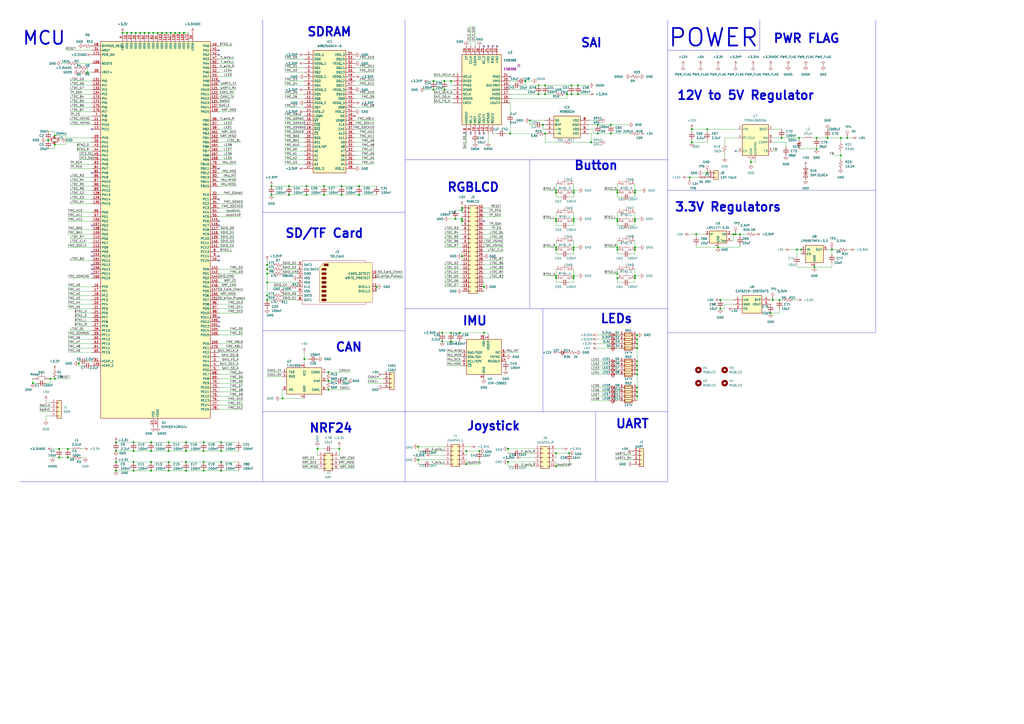
<source format=kicad_sch>
(kicad_sch (version 20230121) (generator eeschema)
  (paper "A2")
  (junction (at 368.3 144.78))
  (junction (at 261.62 46.99))
  (junction (at 429.26 135.89))
  (junction (at 177.8 113.03))
  (junction (at 157.48 107.95))
  (junction (at 208.28 113.03))
  (junction (at 453.39 80.01))
  (junction (at 368.3 127))
  (junction (at 118.11 261.62))
  (junction (at 278.13 261.62))
  (junction (at 491.49 80.01))
  (junction (at 464.82 144.78))
  (junction (at 73.66 19.05))
  (junction (at 332.74 143.51))
  (junction (at 187.96 107.95))
  (junction (at 31.75 83.82))
  (junction (at 369.57 229.87))
  (junction (at 369.57 217.17))
  (junction (at 198.12 113.03))
  (junction (at 448.31 173.99))
  (junction (at 473.71 80.01))
  (junction (at 128.27 261.62))
  (junction (at 91.44 19.05))
  (junction (at 267.97 128.27))
  (junction (at 346.71 72.39))
  (junction (at 67.31 261.62))
  (junction (at 462.28 144.78))
  (junction (at 322.58 262.89))
  (junction (at 190.5 220.98))
  (junction (at 29.21 219.71))
  (junction (at 332.74 127))
  (junction (at 294.64 260.35))
  (junction (at 87.63 256.54))
  (junction (at 369.57 224.79))
  (junction (at 472.44 154.94))
  (junction (at 77.47 256.54))
  (junction (at 354.33 77.47))
  (junction (at 77.47 273.05))
  (junction (at 295.91 77.47))
  (junction (at 322.58 110.49))
  (junction (at 280.67 166.37))
  (junction (at 157.48 113.03))
  (junction (at 39.37 265.43))
  (junction (at 264.16 127))
  (junction (at 242.57 266.7))
  (junction (at 96.52 19.05))
  (junction (at 316.23 54.61))
  (junction (at 87.63 273.05))
  (junction (at 107.95 261.62))
  (junction (at 77.47 261.62))
  (junction (at 322.58 160.02))
  (junction (at 208.28 107.95))
  (junction (at 261.62 193.04))
  (junction (at 322.58 128.27))
  (junction (at 342.9 82.55))
  (junction (at 403.86 135.89))
  (junction (at 167.64 107.95))
  (junction (at 97.79 273.05))
  (junction (at 401.32 82.55))
  (junction (at 176.53 208.28))
  (junction (at 322.58 161.29))
  (junction (at 251.46 52.07))
  (junction (at 368.3 161.29))
  (junction (at 257.81 46.99))
  (junction (at 154.94 156.21))
  (junction (at 358.14 111.76))
  (junction (at 31.75 78.74))
  (junction (at 330.2 262.89))
  (junction (at 294.64 267.97))
  (junction (at 39.37 260.35))
  (junction (at 487.68 90.17))
  (junction (at 31.75 219.71))
  (junction (at 368.3 110.49))
  (junction (at 270.51 269.24))
  (junction (at 332.74 111.76))
  (junction (at 88.9 19.05))
  (junction (at 322.58 111.76))
  (junction (at 257.81 52.07))
  (junction (at 128.27 273.05))
  (junction (at 369.57 199.39))
  (junction (at 280.67 193.04))
  (junction (at 118.11 267.97))
  (junction (at 358.14 127))
  (junction (at 154.94 153.67))
  (junction (at 27.94 81.28))
  (junction (at 358.14 158.75))
  (junction (at 322.58 144.78))
  (junction (at 118.11 256.54))
  (junction (at 369.57 196.85))
  (junction (at 400.05 102.87))
  (junction (at 369.57 212.09))
  (junction (at 128.27 256.54))
  (junction (at 463.55 80.01))
  (junction (at 328.93 54.61))
  (junction (at 118.11 273.05))
  (junction (at 369.57 227.33))
  (junction (at 266.7 193.04))
  (junction (at 251.46 46.99))
  (junction (at 93.98 19.05))
  (junction (at 410.21 74.93))
  (junction (at 332.74 144.78))
  (junction (at 190.5 215.9))
  (junction (at 196.85 260.35))
  (junction (at 482.6 144.78))
  (junction (at 314.96 72.39))
  (junction (at 368.3 143.51))
  (junction (at 187.96 113.03))
  (junction (at 104.14 19.05))
  (junction (at 312.42 49.53))
  (junction (at 332.74 110.49))
  (junction (at 184.15 260.35))
  (junction (at 77.47 267.97))
  (junction (at 368.3 111.76))
  (junction (at 435.61 93.98))
  (junction (at 426.72 135.89))
  (junction (at 154.94 163.83))
  (junction (at 97.79 267.97))
  (junction (at 190.5 226.06))
  (junction (at 97.79 256.54))
  (junction (at 50.8 41.91))
  (junction (at 335.28 54.61))
  (junction (at 358.14 143.51))
  (junction (at 107.95 273.05))
  (junction (at 368.3 128.27))
  (junction (at 487.68 80.01))
  (junction (at 332.74 160.02))
  (junction (at 346.71 77.47))
  (junction (at 369.57 194.31))
  (junction (at 154.94 171.45))
  (junction (at 267.97 127))
  (junction (at 331.47 49.53))
  (junction (at 369.57 201.93))
  (junction (at 34.29 265.43))
  (junction (at 163.83 231.14))
  (junction (at 267.97 120.65))
  (junction (at 19.05 222.25))
  (junction (at 322.58 143.51))
  (junction (at 67.31 273.05))
  (junction (at 322.58 127))
  (junction (at 67.31 256.54))
  (junction (at 416.56 143.51))
  (junction (at 101.6 19.05))
  (junction (at 71.12 19.05))
  (junction (at 304.8 46.99))
  (junction (at 316.23 77.47))
  (junction (at 83.82 19.05))
  (junction (at 332.74 128.27))
  (junction (at 76.2 19.05))
  (junction (at 322.58 270.51))
  (junction (at 167.64 113.03))
  (junction (at 128.27 267.97))
  (junction (at 34.29 260.35))
  (junction (at 410.21 100.33))
  (junction (at 78.74 19.05))
  (junction (at 417.83 179.07))
  (junction (at 368.3 160.02))
  (junction (at 447.04 181.61))
  (junction (at 99.06 19.05))
  (junction (at 267.97 121.92))
  (junction (at 154.94 158.75))
  (junction (at 106.68 19.05))
  (junction (at 452.12 173.99))
  (junction (at 358.14 144.78))
  (junction (at 97.79 261.62))
  (junction (at 218.44 166.37))
  (junction (at 67.31 267.97))
  (junction (at 256.54 198.12))
  (junction (at 369.57 214.63))
  (junction (at 401.32 74.93))
  (junction (at 81.28 19.05))
  (junction (at 177.8 107.95))
  (junction (at 198.12 107.95))
  (junction (at 154.94 173.99))
  (junction (at 358.14 161.29))
  (junction (at 331.47 54.61))
  (junction (at 316.23 49.53))
  (junction (at 45.72 210.82))
  (junction (at 107.95 267.97))
  (junction (at 335.28 49.53))
  (junction (at 107.95 256.54))
  (junction (at 256.54 193.04))
  (junction (at 307.34 69.85))
  (junction (at 332.74 161.29))
  (junction (at 358.14 128.27))
  (junction (at 267.97 148.59))
  (junction (at 480.06 80.01))
  (junction (at 242.57 259.08))
  (junction (at 417.83 173.99))
  (junction (at 87.63 261.62))
  (junction (at 261.62 198.12))
  (junction (at 473.71 86.36))
  (junction (at 312.42 54.61))
  (junction (at 270.51 261.62))
  (junction (at 369.57 209.55))
  (junction (at 87.63 267.97))
  (junction (at 86.36 19.05))
  (junction (at 358.14 110.49))
  (junction (at 354.33 72.39))
  (junction (at 425.45 135.89))
  (no_connect (at 280.67 128.27))
  (no_connect (at 288.29 26.67))
  (no_connect (at 127 97.79))
  (no_connect (at 127 186.69))
  (no_connect (at 53.34 158.75))
  (no_connect (at 127 151.13))
  (no_connect (at 127 29.21))
  (no_connect (at 53.34 100.33))
  (no_connect (at 127 115.57))
  (no_connect (at 127 130.81))
  (no_connect (at 127 31.75))
  (no_connect (at 127 184.15))
  (no_connect (at 53.34 156.21))
  (no_connect (at 278.13 77.47))
  (no_connect (at 53.34 74.93))
  (no_connect (at 127 148.59))
  (no_connect (at 53.34 130.81))
  (no_connect (at 53.34 146.05))
  (no_connect (at 280.67 77.47))
  (no_connect (at 273.05 77.47))
  (no_connect (at 127 128.27))
  (no_connect (at 53.34 148.59))
  (no_connect (at 280.67 26.67))
  (no_connect (at 285.75 26.67))
  (no_connect (at 127 46.99))
  (no_connect (at 283.21 26.67))
  (no_connect (at 127 189.23))
  (no_connect (at 295.91 44.45))
  (no_connect (at 426.72 87.63))
  (no_connect (at 53.34 153.67))
  (wire (pts (xy 369.57 201.93) (xy 369.57 209.55)))
  (wire (pts (xy 283.21 82.55) (xy 283.21 77.47)))
  (wire (pts (xy 201.93 220.98) (xy 199.39 220.98)))
  (wire (pts (xy 290.83 133.35) (xy 280.67 133.35)))
  (wire (pts (xy 257.81 158.75) (xy 267.97 158.75)))
  (wire (pts (xy 45.72 209.55) (xy 45.72 210.82)))
  (wire (pts (xy 137.16 95.25) (xy 127 95.25)))
  (wire (pts (xy 368.3 160.02) (xy 368.3 161.29)))
  (wire (pts (xy 300.99 204.47) (xy 293.37 204.47)))
  (wire (pts (xy 331.47 54.61) (xy 335.28 54.61)))
  (wire (pts (xy 205.74 269.24) (xy 196.85 269.24)))
  (wire (pts (xy 344.17 77.47) (xy 346.71 77.47)))
  (polyline (pts (xy 307.34 92.71) (xy 307.34 179.07)))
  (wire (pts (xy 44.45 85.09) (xy 53.34 85.09)))
  (wire (pts (xy 332.74 110.49) (xy 335.28 110.49)))
  (wire (pts (xy 438.15 93.98) (xy 435.61 93.98)))
  (wire (pts (xy 358.14 114.3) (xy 358.14 111.76)))
  (wire (pts (xy 294.64 260.35) (xy 309.88 260.35)))
  (wire (pts (xy 198.12 107.95) (xy 208.28 107.95)))
  (wire (pts (xy 328.93 57.15) (xy 295.91 57.15)))
  (wire (pts (xy 487.68 80.01) (xy 487.68 82.55)))
  (wire (pts (xy 358.14 212.09) (xy 359.41 212.09)))
  (wire (pts (xy 452.12 181.61) (xy 447.04 181.61)))
  (wire (pts (xy 482.6 144.78) (xy 482.6 147.32)))
  (wire (pts (xy 332.74 160.02) (xy 332.74 161.29)))
  (wire (pts (xy 87.63 273.05) (xy 97.79 273.05)))
  (wire (pts (xy 426.72 87.63) (xy 427.99 87.63)))
  (wire (pts (xy 208.28 113.03) (xy 218.44 113.03)))
  (wire (pts (xy 256.54 193.04) (xy 261.62 193.04)))
  (wire (pts (xy 464.82 144.78) (xy 464.82 147.32)))
  (wire (pts (xy 242.57 269.24) (xy 245.11 269.24)))
  (polyline (pts (xy 152.4 191.77) (xy 234.95 191.77)))
  (polyline (pts (xy 234.95 238.76) (xy 314.96 238.76)))
  (wire (pts (xy 208.28 107.95) (xy 218.44 107.95)))
  (wire (pts (xy 316.23 82.55) (xy 326.39 82.55)))
  (wire (pts (xy 292.1 158.75) (xy 280.67 158.75)))
  (wire (pts (xy 368.3 160.02) (xy 370.84 160.02)))
  (wire (pts (xy 83.82 19.05) (xy 86.36 19.05)))
  (wire (pts (xy 256.54 198.12) (xy 261.62 198.12)))
  (wire (pts (xy 342.9 77.47) (xy 341.63 77.47)))
  (wire (pts (xy 368.3 114.3) (xy 368.3 111.76)))
  (wire (pts (xy 280.67 166.37) (xy 280.67 168.91)))
  (wire (pts (xy 175.26 271.78) (xy 184.15 271.78)))
  (wire (pts (xy 463.55 81.28) (xy 463.55 80.01)))
  (wire (pts (xy 134.62 146.05) (xy 127 146.05)))
  (wire (pts (xy 140.97 222.25) (xy 127 222.25)))
  (wire (pts (xy 328.93 54.61) (xy 327.66 54.61)))
  (wire (pts (xy 175.26 266.7) (xy 184.15 266.7)))
  (wire (pts (xy 39.37 168.91) (xy 53.34 168.91)))
  (wire (pts (xy 165.1 92.71) (xy 176.53 92.71)))
  (wire (pts (xy 448.31 82.55) (xy 455.93 82.55)))
  (wire (pts (xy 242.57 266.7) (xy 242.57 269.24)))
  (wire (pts (xy 29.21 219.71) (xy 29.21 222.25)))
  (wire (pts (xy 435.61 93.98) (xy 435.61 92.71)))
  (wire (pts (xy 257.81 161.29) (xy 267.97 161.29)))
  (wire (pts (xy 40.64 113.03) (xy 53.34 113.03)))
  (wire (pts (xy 217.17 57.15) (xy 205.74 57.15)))
  (wire (pts (xy 358.14 110.49) (xy 358.14 111.76)))
  (wire (pts (xy 358.14 196.85) (xy 359.41 196.85)))
  (wire (pts (xy 425.45 135.89) (xy 425.45 139.7)))
  (wire (pts (xy 250.19 261.62) (xy 257.81 261.62)))
  (wire (pts (xy 330.2 114.3) (xy 332.74 114.3)))
  (polyline (pts (xy 440.69 11.43) (xy 440.69 29.21)))
  (wire (pts (xy 107.95 256.54) (xy 118.11 256.54)))
  (wire (pts (xy 165.1 39.37) (xy 176.53 39.37)))
  (wire (pts (xy 128.27 273.05) (xy 138.43 273.05)))
  (wire (pts (xy 177.8 113.03) (xy 187.96 113.03)))
  (wire (pts (xy 138.43 212.09) (xy 127 212.09)))
  (wire (pts (xy 358.14 201.93) (xy 359.41 201.93)))
  (wire (pts (xy 472.44 154.94) (xy 462.28 154.94)))
  (wire (pts (xy 67.31 261.62) (xy 77.47 261.62)))
  (wire (pts (xy 448.31 74.93) (xy 453.39 74.93)))
  (wire (pts (xy 332.74 123.19) (xy 332.74 127)))
  (wire (pts (xy 40.64 118.11) (xy 53.34 118.11)))
  (wire (pts (xy 43.18 181.61) (xy 53.34 181.61)))
  (wire (pts (xy 267.97 146.05) (xy 267.97 148.59)))
  (wire (pts (xy 410.21 76.2) (xy 410.21 74.93)))
  (wire (pts (xy 34.29 260.35) (xy 30.48 260.35)))
  (wire (pts (xy 118.11 267.97) (xy 128.27 267.97)))
  (wire (pts (xy 134.62 26.67) (xy 127 26.67)))
  (wire (pts (xy 332.74 114.3) (xy 332.74 111.76)))
  (wire (pts (xy 165.1 82.55) (xy 176.53 82.55)))
  (wire (pts (xy 137.16 80.01) (xy 127 80.01)))
  (polyline (pts (xy 387.35 279.4) (xy 234.95 279.4)))
  (wire (pts (xy 358.14 217.17) (xy 359.41 217.17)))
  (wire (pts (xy 118.11 273.05) (xy 128.27 273.05)))
  (wire (pts (xy 71.12 19.05) (xy 73.66 19.05)))
  (wire (pts (xy 205.74 271.78) (xy 196.85 271.78)))
  (wire (pts (xy 154.94 158.75) (xy 154.94 163.83)))
  (wire (pts (xy 158.75 156.21) (xy 154.94 156.21)))
  (wire (pts (xy 128.27 267.97) (xy 138.43 267.97)))
  (wire (pts (xy 184.15 259.08) (xy 184.15 260.35)))
  (wire (pts (xy 314.96 143.51) (xy 322.58 143.51)))
  (wire (pts (xy 322.58 106.68) (xy 322.58 110.49)))
  (wire (pts (xy 140.97 234.95) (xy 127 234.95)))
  (wire (pts (xy 40.64 140.97) (xy 53.34 140.97)))
  (wire (pts (xy 137.16 171.45) (xy 127 171.45)))
  (wire (pts (xy 368.3 143.51) (xy 370.84 143.51)))
  (wire (pts (xy 292.1 138.43) (xy 280.67 138.43)))
  (wire (pts (xy 217.17 95.25) (xy 205.74 95.25)))
  (wire (pts (xy 264.16 127) (xy 267.97 127)))
  (wire (pts (xy 401.32 76.2) (xy 401.32 74.93)))
  (wire (pts (xy 138.43 204.47) (xy 127 204.47)))
  (wire (pts (xy 40.64 59.69) (xy 53.34 59.69)))
  (wire (pts (xy 452.12 173.99) (xy 454.66 173.99)))
  (wire (pts (xy 27.94 81.28) (xy 26.67 81.28)))
  (wire (pts (xy 134.62 92.71) (xy 127 92.71)))
  (wire (pts (xy 67.31 267.97) (xy 77.47 267.97)))
  (wire (pts (xy 40.64 64.77) (xy 53.34 64.77)))
  (wire (pts (xy 140.97 227.33) (xy 127 227.33)))
  (wire (pts (xy 302.26 265.43) (xy 309.88 265.43)))
  (wire (pts (xy 288.29 77.47) (xy 285.75 77.47)))
  (wire (pts (xy 81.28 19.05) (xy 83.82 19.05)))
  (polyline (pts (xy 152.4 123.19) (xy 234.95 123.19)))
  (wire (pts (xy 316.23 54.61) (xy 322.58 54.61)))
  (wire (pts (xy 356.87 264.16) (xy 367.03 264.16)))
  (wire (pts (xy 251.46 59.69) (xy 262.89 59.69)))
  (wire (pts (xy 462.28 154.94) (xy 462.28 153.67)))
  (wire (pts (xy 140.97 217.17) (xy 127 217.17)))
  (wire (pts (xy 19.05 219.71) (xy 19.05 222.25)))
  (wire (pts (xy 257.81 163.83) (xy 267.97 163.83)))
  (wire (pts (xy 322.58 160.02) (xy 322.58 161.29)))
  (wire (pts (xy 97.79 267.97) (xy 107.95 267.97)))
  (wire (pts (xy 473.71 86.36) (xy 473.71 85.09)))
  (wire (pts (xy 358.14 143.51) (xy 358.14 144.78)))
  (wire (pts (xy 165.1 54.61) (xy 176.53 54.61)))
  (wire (pts (xy 462.28 144.78) (xy 464.82 144.78)))
  (wire (pts (xy 40.64 191.77) (xy 53.34 191.77)))
  (wire (pts (xy 448.31 80.01) (xy 453.39 80.01)))
  (wire (pts (xy 368.3 139.7) (xy 368.3 143.51)))
  (wire (pts (xy 165.1 74.93) (xy 176.53 74.93)))
  (polyline (pts (xy 440.69 29.21) (xy 387.35 29.21)))
  (wire (pts (xy 198.12 113.03) (xy 208.28 113.03)))
  (wire (pts (xy 38.1 80.01) (xy 38.1 78.74)))
  (wire (pts (xy 350.52 143.51) (xy 358.14 143.51)))
  (wire (pts (xy 133.35 62.23) (xy 127 62.23)))
  (wire (pts (xy 295.91 52.07) (xy 307.34 52.07)))
  (wire (pts (xy 38.1 29.21) (xy 53.34 29.21)))
  (wire (pts (xy 410.21 82.55) (xy 401.32 82.55)))
  (wire (pts (xy 31.75 219.71) (xy 40.64 219.71)))
  (wire (pts (xy 154.94 163.83) (xy 154.94 171.45)))
  (wire (pts (xy 358.14 214.63) (xy 359.41 214.63)))
  (wire (pts (xy 283.21 194.31) (xy 283.21 193.04)))
  (wire (pts (xy 316.23 77.47) (xy 316.23 82.55)))
  (wire (pts (xy 140.97 194.31) (xy 127 194.31)))
  (wire (pts (xy 314.96 127) (xy 322.58 127)))
  (wire (pts (xy 270.51 266.7) (xy 270.51 269.24)))
  (wire (pts (xy 331.47 49.53) (xy 335.28 49.53)))
  (wire (pts (xy 259.08 207.01) (xy 267.97 207.01)))
  (wire (pts (xy 205.74 34.29) (xy 217.17 34.29)))
  (wire (pts (xy 157.48 107.95) (xy 167.64 107.95)))
  (wire (pts (xy 217.17 62.23) (xy 205.74 62.23)))
  (wire (pts (xy 257.81 46.99) (xy 261.62 46.99)))
  (wire (pts (xy 358.14 147.32) (xy 358.14 144.78)))
  (wire (pts (xy 264.16 121.92) (xy 267.97 121.92)))
  (wire (pts (xy 259.08 204.47) (xy 267.97 204.47)))
  (wire (pts (xy 137.16 105.41) (xy 127 105.41)))
  (wire (pts (xy 463.55 86.36) (xy 473.71 86.36)))
  (wire (pts (xy 294.64 270.51) (xy 297.18 270.51)))
  (wire (pts (xy 154.94 171.45) (xy 154.94 173.99)))
  (wire (pts (xy 138.43 209.55) (xy 127 209.55)))
  (wire (pts (xy 332.74 128.27) (xy 332.74 127)))
  (wire (pts (xy 416.56 143.51) (xy 403.86 143.51)))
  (wire (pts (xy 193.04 260.35) (xy 196.85 260.35)))
  (wire (pts (xy 31.75 83.82) (xy 31.75 86.36)))
  (wire (pts (xy 29.21 241.3) (xy 26.67 241.3)))
  (wire (pts (xy 429.26 142.24) (xy 429.26 143.51)))
  (wire (pts (xy 342.9 227.33) (xy 353.06 227.33)))
  (wire (pts (xy 358.14 106.68) (xy 358.14 110.49)))
  (wire (pts (xy 483.87 90.17) (xy 487.68 90.17)))
  (wire (pts (xy 158.75 153.67) (xy 154.94 153.67)))
  (wire (pts (xy 356.87 266.7) (xy 367.03 266.7)))
  (wire (pts (xy 332.74 156.21) (xy 332.74 160.02)))
  (wire (pts (xy 358.14 229.87) (xy 359.41 229.87)))
  (wire (pts (xy 259.08 212.09) (xy 267.97 212.09)))
  (wire (pts (xy 295.91 71.12) (xy 295.91 77.47)))
  (wire (pts (xy 184.15 260.35) (xy 184.15 264.16)))
  (wire (pts (xy 316.23 49.53) (xy 331.47 49.53)))
  (wire (pts (xy 462.28 173.99) (xy 459.74 173.99)))
  (wire (pts (xy 447.04 173.99) (xy 448.31 173.99)))
  (wire (pts (xy 322.58 128.27) (xy 322.58 127)))
  (wire (pts (xy 368.3 147.32) (xy 368.3 144.78)))
  (wire (pts (xy 322.58 267.97) (xy 322.58 270.51)))
  (wire (pts (xy 482.6 144.78) (xy 486.41 144.78)))
  (wire (pts (xy 106.68 19.05) (xy 109.22 19.05)))
  (wire (pts (xy 369.57 224.79) (xy 369.57 227.33)))
  (wire (pts (xy 294.64 260.35) (xy 294.64 262.89)))
  (wire (pts (xy 360.68 147.32) (xy 358.14 147.32)))
  (wire (pts (xy 365.76 147.32) (xy 368.3 147.32)))
  (wire (pts (xy 262.89 46.99) (xy 261.62 46.99)))
  (wire (pts (xy 346.71 194.31) (xy 353.06 194.31)))
  (wire (pts (xy 165.1 41.91) (xy 176.53 41.91)))
  (wire (pts (xy 322.58 260.35) (xy 326.39 260.35)))
  (wire (pts (xy 407.67 100.33) (xy 410.21 100.33)))
  (wire (pts (xy 358.14 224.79) (xy 359.41 224.79)))
  (wire (pts (xy 41.91 265.43) (xy 39.37 265.43)))
  (wire (pts (xy 140.97 179.07) (xy 127 179.07)))
  (wire (pts (xy 270.51 259.08) (xy 273.05 259.08)))
  (wire (pts (xy 222.25 219.71) (xy 213.36 219.71)))
  (wire (pts (xy 137.16 52.07) (xy 127 52.07)))
  (wire (pts (xy 429.26 135.89) (xy 433.07 135.89)))
  (wire (pts (xy 257.81 143.51) (xy 267.97 143.51)))
  (wire (pts (xy 342.9 232.41) (xy 353.06 232.41)))
  (polyline (pts (xy 234.95 179.07) (xy 386.08 179.07)))
  (wire (pts (xy 297.18 49.53) (xy 295.91 49.53)))
  (wire (pts (xy 360.68 114.3) (xy 358.14 114.3)))
  (wire (pts (xy 217.17 82.55) (xy 205.74 82.55)))
  (wire (pts (xy 250.19 264.16) (xy 257.81 264.16)))
  (wire (pts (xy 165.1 77.47) (xy 176.53 77.47)))
  (wire (pts (xy 88.9 19.05) (xy 91.44 19.05)))
  (wire (pts (xy 217.17 92.71) (xy 205.74 92.71)))
  (polyline (pts (xy 234.95 238.76) (xy 234.95 279.4)))
  (wire (pts (xy 77.47 261.62) (xy 87.63 261.62)))
  (wire (pts (xy 267.97 120.65) (xy 267.97 121.92)))
  (wire (pts (xy 358.14 123.19) (xy 358.14 127)))
  (wire (pts (xy 294.64 267.97) (xy 294.64 270.51)))
  (wire (pts (xy 369.57 212.09) (xy 369.57 214.63)))
  (wire (pts (xy 325.12 130.81) (xy 322.58 130.81)))
  (wire (pts (xy 165.1 85.09) (xy 176.53 85.09)))
  (wire (pts (xy 342.9 214.63) (xy 353.06 214.63)))
  (wire (pts (xy 140.97 168.91) (xy 127 168.91)))
  (wire (pts (xy 267.97 128.27) (xy 267.97 130.81)))
  (wire (pts (xy 248.92 46.99) (xy 251.46 46.99)))
  (wire (pts (xy 267.97 121.92) (xy 267.97 123.19)))
  (wire (pts (xy 242.57 259.08) (xy 242.57 261.62)))
  (wire (pts (xy 39.37 135.89) (xy 53.34 135.89)))
  (wire (pts (xy 96.52 19.05) (xy 99.06 19.05)))
  (wire (pts (xy 410.21 74.93) (xy 427.99 74.93)))
  (wire (pts (xy 304.8 49.53) (xy 302.26 49.53)))
  (wire (pts (xy 38.1 78.74) (xy 31.75 78.74)))
  (wire (pts (xy 140.97 158.75) (xy 127 158.75)))
  (wire (pts (xy 330.2 267.97) (xy 330.2 270.51)))
  (wire (pts (xy 360.68 163.83) (xy 358.14 163.83)))
  (wire (pts (xy 40.64 110.49) (xy 53.34 110.49)))
  (wire (pts (xy 294.64 262.89) (xy 297.18 262.89)))
  (wire (pts (xy 368.3 123.19) (xy 368.3 127)))
  (wire (pts (xy 425.45 176.53) (xy 420.37 176.53)))
  (wire (pts (xy 341.63 54.61) (xy 335.28 54.61)))
  (wire (pts (xy 31.75 219.71) (xy 29.21 219.71)))
  (wire (pts (xy 280.67 163.83) (xy 280.67 166.37)))
  (wire (pts (xy 27.94 86.36) (xy 31.75 86.36)))
  (wire (pts (xy 342.9 209.55) (xy 353.06 209.55)))
  (wire (pts (xy 190.5 226.06) (xy 203.2 226.06)))
  (wire (pts (xy 22.86 236.22) (xy 29.21 236.22)))
  (wire (pts (xy 365.76 114.3) (xy 368.3 114.3)))
  (wire (pts (xy 29.21 233.68) (xy 26.67 233.68)))
  (wire (pts (xy 322.58 163.83) (xy 322.58 161.29)))
  (wire (pts (xy 35.56 81.28) (xy 34.29 81.28)))
  (wire (pts (xy 217.17 74.93) (xy 205.74 74.93)))
  (polyline (pts (xy 345.44 238.76) (xy 345.44 279.4)))
  (wire (pts (xy 424.18 135.89) (xy 425.45 135.89)))
  (wire (pts (xy 154.94 156.21) (xy 154.94 158.75)))
  (wire (pts (xy 222.25 222.25) (xy 213.36 222.25)))
  (wire (pts (xy 369.57 194.31) (xy 369.57 196.85)))
  (wire (pts (xy 53.34 123.19) (xy 39.37 123.19)))
  (wire (pts (xy 127 125.73) (xy 139.7 125.73)))
  (wire (pts (xy 290.83 130.81) (xy 280.67 130.81)))
  (wire (pts (xy 280.67 193.04) (xy 280.67 194.31)))
  (wire (pts (xy 157.48 113.03) (xy 167.64 113.03)))
  (wire (pts (xy 322.58 156.21) (xy 322.58 160.02)))
  (wire (pts (xy 292.1 151.13) (xy 280.67 151.13)))
  (wire (pts (xy 290.83 125.73) (xy 280.67 125.73)))
  (wire (pts (xy 205.74 266.7) (xy 196.85 266.7)))
  (wire (pts (xy 138.43 207.01) (xy 127 207.01)))
  (wire (pts (xy 308.61 46.99) (xy 304.8 46.99)))
  (wire (pts (xy 48.26 260.35) (xy 46.99 260.35)))
  (wire (pts (xy 325.12 147.32) (xy 322.58 147.32)))
  (wire (pts (xy 312.42 54.61) (xy 316.23 54.61)))
  (wire (pts (xy 251.46 46.99) (xy 257.81 46.99)))
  (wire (pts (xy 332.74 160.02) (xy 335.28 160.02)))
  (wire (pts (xy 127 82.55) (xy 139.7 82.55)))
  (wire (pts (xy 452.12 179.07) (xy 452.12 181.61)))
  (wire (pts (xy 259.08 209.55) (xy 267.97 209.55)))
  (wire (pts (xy 158.75 158.75) (xy 154.94 158.75)))
  (wire (pts (xy 257.81 52.07) (xy 262.89 52.07)))
  (wire (pts (xy 38.1 83.82) (xy 31.75 83.82)))
  (wire (pts (xy 480.06 80.01) (xy 487.68 80.01)))
  (wire (pts (xy 43.18 189.23) (xy 53.34 189.23)))
  (wire (pts (xy 260.35 127) (xy 264.16 127)))
  (wire (pts (xy 332.74 106.68) (xy 332.74 110.49)))
  (wire (pts (xy 67.31 256.54) (xy 77.47 256.54)))
  (wire (pts (xy 400.05 135.89) (xy 403.86 135.89)))
  (wire (pts (xy 165.1 34.29) (xy 176.53 34.29)))
  (wire (pts (xy 369.57 229.87) (xy 369.57 232.41)))
  (wire (pts (xy 99.06 19.05) (xy 101.6 19.05)))
  (wire (pts (xy 128.27 256.54) (xy 138.43 256.54)))
  (wire (pts (xy 332.74 130.81) (xy 332.74 128.27)))
  (wire (pts (xy 165.1 62.23) (xy 176.53 62.23)))
  (wire (pts (xy 322.58 262.89) (xy 322.58 265.43)))
  (wire (pts (xy 118.11 256.54) (xy 128.27 256.54)))
  (wire (pts (xy 135.89 54.61) (xy 127 54.61)))
  (wire (pts (xy 350.52 110.49) (xy 358.14 110.49)))
  (wire (pts (xy 307.34 69.85) (xy 307.34 72.39)))
  (wire (pts (xy 135.89 135.89) (xy 127 135.89)))
  (wire (pts (xy 138.43 214.63) (xy 127 214.63)))
  (wire (pts (xy 369.57 196.85) (xy 369.57 199.39)))
  (wire (pts (xy 330.2 147.32) (xy 332.74 147.32)))
  (wire (pts (xy 292.1 161.29) (xy 280.67 161.29)))
  (wire (pts (xy 304.8 46.99) (xy 304.8 49.53)))
  (wire (pts (xy 358.14 232.41) (xy 359.41 232.41)))
  (wire (pts (xy 39.37 173.99) (xy 53.34 173.99)))
  (wire (pts (xy 165.1 69.85) (xy 176.53 69.85)))
  (wire (pts (xy 346.71 82.55) (xy 342.9 82.55)))
  (wire (pts (xy 39.37 179.07) (xy 53.34 179.07)))
  (wire (pts (xy 27.94 81.28) (xy 29.21 81.28)))
  (wire (pts (xy 368.3 110.49) (xy 368.3 111.76)))
  (wire (pts (xy 44.45 36.83) (xy 53.34 36.83)))
  (wire (pts (xy 140.97 229.87) (xy 127 229.87)))
  (wire (pts (xy 127 72.39) (xy 134.62 72.39)))
  (wire (pts (xy 257.81 133.35) (xy 267.97 133.35)))
  (wire (pts (xy 163.83 171.45) (xy 172.72 171.45)))
  (wire (pts (xy 43.18 184.15) (xy 53.34 184.15)))
  (wire (pts (xy 162.56 231.14) (xy 163.83 231.14)))
  (wire (pts (xy 307.34 72.39) (xy 309.88 72.39)))
  (wire (pts (xy 342.9 77.47) (xy 342.9 82.55)))
  (wire (pts (xy 403.86 135.89) (xy 408.94 135.89)))
  (wire (pts (xy 342.9 217.17) (xy 353.06 217.17)))
  (wire (pts (xy 372.11 110.49) (xy 368.3 110.49)))
  (wire (pts (xy 435.61 93.98) (xy 435.61 95.25)))
  (wire (pts (xy 77.47 256.54) (xy 87.63 256.54)))
  (wire (pts (xy 403.86 143.51) (xy 403.86 142.24)))
  (wire (pts (xy 233.68 158.75) (xy 218.44 158.75)))
  (wire (pts (xy 19.05 222.25) (xy 21.59 222.25)))
  (wire (pts (xy 487.68 90.17) (xy 487.68 92.71)))
  (wire (pts (xy 275.59 15.24) (xy 275.59 26.67)))
  (wire (pts (xy 332.74 143.51) (xy 335.28 143.51)))
  (wire (pts (xy 346.71 199.39) (xy 353.06 199.39)))
  (wire (pts (xy 165.1 95.25) (xy 176.53 95.25)))
  (wire (pts (xy 187.96 107.95) (xy 198.12 107.95)))
  (wire (pts (xy 257.81 153.67) (xy 267.97 153.67)))
  (wire (pts (xy 322.58 143.51) (xy 322.58 144.78)))
  (wire (pts (xy 325.12 163.83) (xy 322.58 163.83)))
  (wire (pts (xy 426.72 135.89) (xy 429.26 135.89)))
  (wire (pts (xy 137.16 100.33) (xy 127 100.33)))
  (wire (pts (xy 190.5 215.9) (xy 203.2 215.9)))
  (wire (pts (xy 135.89 36.83) (xy 127 36.83)))
  (wire (pts (xy 135.89 143.51) (xy 127 143.51)))
  (wire (pts (xy 163.83 158.75) (xy 172.72 158.75)))
  (wire (pts (xy 134.62 44.45) (xy 127 44.45)))
  (wire (pts (xy 91.44 19.05) (xy 93.98 19.05)))
  (wire (pts (xy 242.57 259.08) (xy 257.81 259.08)))
  (wire (pts (xy 190.5 215.9) (xy 189.23 215.9)))
  (polyline (pts (xy 508 193.04) (xy 387.35 193.04)))
  (wire (pts (xy 342.9 82.55) (xy 331.47 82.55)))
  (wire (pts (xy 278.13 269.24) (xy 270.51 269.24)))
  (wire (pts (xy 295.91 54.61) (xy 312.42 54.61)))
  (wire (pts (xy 167.64 113.03) (xy 177.8 113.03)))
  (wire (pts (xy 101.6 19.05) (xy 104.14 19.05)))
  (wire (pts (xy 40.64 46.99) (xy 53.34 46.99)))
  (wire (pts (xy 40.64 95.25) (xy 53.34 95.25)))
  (wire (pts (xy 217.17 77.47) (xy 205.74 77.47)))
  (wire (pts (xy 40.64 105.41) (xy 53.34 105.41)))
  (wire (pts (xy 257.81 138.43) (xy 267.97 138.43)))
  (wire (pts (xy 242.57 266.7) (xy 257.81 266.7)))
  (wire (pts (xy 307.34 49.53) (xy 312.42 49.53)))
  (wire (pts (xy 140.97 232.41) (xy 127 232.41)))
  (wire (pts (xy 438.15 92.71) (xy 438.15 93.98)))
  (wire (pts (xy 217.17 69.85) (xy 205.74 69.85)))
  (wire (pts (xy 273.05 15.24) (xy 273.05 26.67)))
  (wire (pts (xy 140.97 181.61) (xy 127 181.61)))
  (wire (pts (xy 358.14 194.31) (xy 359.41 194.31)))
  (wire (pts (xy 176.53 208.28) (xy 179.07 208.28)))
  (wire (pts (xy 420.37 179.07) (xy 417.83 179.07)))
  (wire (pts (xy 462.28 148.59) (xy 462.28 144.78)))
  (wire (pts (xy 40.64 67.31) (xy 53.34 67.31)))
  (wire (pts (xy 346.71 69.85) (xy 341.63 69.85)))
  (wire (pts (xy 40.64 102.87) (xy 53.34 102.87)))
  (wire (pts (xy 358.14 158.75) (xy 358.14 161.29)))
  (wire (pts (xy 251.46 52.07) (xy 257.81 52.07)))
  (wire (pts (xy 368.3 143.51) (xy 368.3 144.78)))
  (polyline (pts (xy 508 11.43) (xy 508 193.04)))
  (wire (pts (xy 492.76 144.78) (xy 491.49 144.78)))
  (wire (pts (xy 400.05 102.87) (xy 405.13 102.87)))
  (wire (pts (xy 177.8 107.95) (xy 187.96 107.95)))
  (wire (pts (xy 368.3 130.81) (xy 368.3 128.27)))
  (wire (pts (xy 190.5 220.98) (xy 194.31 220.98)))
  (wire (pts (xy 369.57 199.39) (xy 369.57 201.93)))
  (wire (pts (xy 77.47 273.05) (xy 87.63 273.05)))
  (wire (pts (xy 322.58 262.89) (xy 330.2 262.89)))
  (wire (pts (xy 97.79 261.62) (xy 107.95 261.62)))
  (wire (pts (xy 267.97 148.59) (xy 267.97 151.13)))
  (wire (pts (xy 341.63 74.93) (xy 344.17 74.93)))
  (polyline (pts (xy 11.43 279.4) (xy 152.4 279.4)))
  (wire (pts (xy 40.64 69.85) (xy 53.34 69.85)))
  (wire (pts (xy 107.95 273.05) (xy 118.11 273.05)))
  (wire (pts (xy 39.37 143.51) (xy 53.34 143.51)))
  (wire (pts (xy 140.97 199.39) (xy 127 199.39)))
  (wire (pts (xy 39.37 125.73) (xy 53.34 125.73)))
  (wire (pts (xy 312.42 49.53) (xy 316.23 49.53)))
  (wire (pts (xy 142.24 173.99) (xy 127 173.99)))
  (wire (pts (xy 270.51 86.36) (xy 270.51 77.47)))
  (polyline (pts (xy 152.4 11.43) (xy 152.4 279.4)))
  (wire (pts (xy 127 69.85) (xy 135.89 69.85)))
  (wire (pts (xy 39.37 171.45) (xy 53.34 171.45)))
  (wire (pts (xy 26.67 233.68) (xy 26.67 232.41)))
  (wire (pts (xy 158.75 166.37) (xy 167.64 166.37)))
  (wire (pts (xy 322.58 139.7) (xy 322.58 143.51)))
  (wire (pts (xy 86.36 19.05) (xy 88.9 19.05)))
  (wire (pts (xy 455.93 82.55) (xy 455.93 85.09)))
  (wire (pts (xy 473.71 80.01) (xy 480.06 80.01)))
  (wire (pts (xy 154.94 151.13) (xy 154.94 153.67)))
  (wire (pts (xy 242.57 261.62) (xy 245.11 261.62)))
  (wire (pts (xy 45.72 90.17) (xy 53.34 90.17)))
  (wire (pts (xy 107.95 261.62) (xy 118.11 261.62)))
  (polyline (pts (xy 387.35 110.49) (xy 508 110.49)))
  (wire (pts (xy 135.89 138.43) (xy 127 138.43)))
  (polyline (pts (xy 314.96 179.07) (xy 314.96 238.76)))
  (wire (pts (xy 137.16 77.47) (xy 127 77.47)))
  (wire (pts (xy 448.31 87.63) (xy 450.85 87.63)))
  (polyline (pts (xy 234.95 279.4) (xy 152.4 279.4)))
  (wire (pts (xy 154.94 171.45) (xy 158.75 171.45)))
  (wire (pts (xy 332.74 163.83) (xy 332.74 161.29)))
  (wire (pts (xy 175.26 269.24) (xy 184.15 269.24)))
  (wire (pts (xy 40.64 49.53) (xy 53.34 49.53)))
  (wire (pts (xy 40.64 151.13) (xy 53.34 151.13)))
  (wire (pts (xy 369.57 214.63) (xy 369.57 217.17)))
  (wire (pts (xy 480.06 144.78) (xy 482.6 144.78)))
  (wire (pts (xy 97.79 256.54) (xy 107.95 256.54)))
  (wire (pts (xy 196.85 259.08) (xy 196.85 260.35)))
  (wire (pts (xy 137.16 102.87) (xy 127 102.87)))
  (wire (pts (xy 165.1 90.17) (xy 176.53 90.17)))
  (wire (pts (xy 420.37 176.53) (xy 420.37 179.07)))
  (wire (pts (xy 448.31 173.99) (xy 452.12 173.99)))
  (wire (pts (xy 217.17 87.63) (xy 205.74 87.63)))
  (wire (pts (xy 154.94 153.67) (xy 154.94 156.21)))
  (wire (pts (xy 165.1 72.39) (xy 176.53 72.39)))
  (polyline (pts (xy 234.95 11.43) (xy 234.95 238.76)))
  (wire (pts (xy 335.28 49.53) (xy 341.63 49.53)))
  (wire (pts (xy 187.96 113.03) (xy 198.12 113.03)))
  (wire (pts (xy 332.74 110.49) (xy 332.74 111.76)))
  (wire (pts (xy 30.48 265.43) (xy 34.29 265.43)))
  (wire (pts (xy 40.64 138.43) (xy 53.34 138.43)))
  (wire (pts (xy 332.74 139.7) (xy 332.74 143.51)))
  (wire (pts (xy 217.17 46.99) (xy 205.74 46.99)))
  (wire (pts (xy 420.37 88.9) (xy 420.37 91.44)))
  (wire (pts (xy 322.58 123.19) (xy 322.58 127)))
  (wire (pts (xy 26.67 241.3) (xy 26.67 243.84)))
  (wire (pts (xy 45.72 92.71) (xy 53.34 92.71)))
  (wire (pts (xy 31.75 76.2) (xy 31.75 78.74)))
  (wire (pts (xy 76.2 19.05) (xy 78.74 19.05)))
  (wire (pts (xy 292.1 143.51) (xy 280.67 143.51)))
  (wire (pts (xy 358.14 127) (xy 358.14 128.27)))
  (wire (pts (xy 137.16 163.83) (xy 127 163.83)))
  (wire (pts (xy 257.81 166.37) (xy 267.97 166.37)))
  (wire (pts (xy 67.31 273.05) (xy 77.47 273.05)))
  (wire (pts (xy 167.64 107.95) (xy 177.8 107.95)))
  (wire (pts (xy 53.34 80.01) (xy 38.1 80.01)))
  (wire (pts (xy 137.16 49.53) (xy 127 49.53)))
  (polyline (pts (xy 314.96 238.76) (xy 387.35 238.76)))
  (wire (pts (xy 217.17 49.53) (xy 205.74 49.53)))
  (wire (pts (xy 140.97 113.03) (xy 127 113.03)))
  (wire (pts (xy 358.14 199.39) (xy 359.41 199.39)))
  (wire (pts (xy 369.57 209.55) (xy 369.57 212.09)))
  (wire (pts (xy 368.3 127) (xy 370.84 127)))
  (wire (pts (xy 26.67 222.25) (xy 29.21 222.25)))
  (wire (pts (xy 322.58 147.32) (xy 322.58 144.78)))
  (wire (pts (xy 134.62 85.09) (xy 127 85.09)))
  (wire (pts (xy 133.35 59.69) (xy 127 59.69)))
  (wire (pts (xy 292.1 153.67) (xy 280.67 153.67)))
  (wire (pts (xy 87.63 267.97) (xy 97.79 267.97)))
  (wire (pts (xy 280.67 123.19) (xy 290.83 123.19)))
  (wire (pts (xy 218.44 161.29) (xy 233.68 161.29)))
  (wire (pts (xy 39.37 204.47) (xy 53.34 204.47)))
  (wire (pts (xy 270.51 261.62) (xy 270.51 264.16)))
  (wire (pts (xy 172.72 163.83) (xy 154.94 163.83)))
  (wire (pts (xy 368.3 156.21) (xy 368.3 160.02)))
  (wire (pts (xy 165.1 87.63) (xy 176.53 87.63)))
  (wire (pts (xy 217.17 85.09) (xy 205.74 85.09)))
  (wire (pts (xy 140.97 191.77) (xy 127 191.77)))
  (wire (pts (xy 369.57 227.33) (xy 369.57 229.87)))
  (wire (pts (xy 294.64 267.97) (xy 309.88 267.97)))
  (wire (pts (xy 292.1 135.89) (xy 280.67 135.89)))
  (wire (pts (xy 250.19 269.24) (xy 257.81 269.24)))
  (wire (pts (xy 350.52 158.75) (xy 358.14 158.75)))
  (wire (pts (xy 165.1 80.01) (xy 176.53 80.01)))
  (wire (pts (xy 50.8 39.37) (xy 50.8 41.91)))
  (wire (pts (xy 39.37 128.27) (xy 53.34 128.27)))
  (wire (pts (xy 196.85 260.35) (xy 196.85 264.16)))
  (wire (pts (xy 40.64 54.61) (xy 53.34 54.61)))
  (wire (pts (xy 354.33 77.47) (xy 365.76 77.47)))
  (wire (pts (xy 270.51 261.62) (xy 278.13 261.62)))
  (wire (pts (xy 165.1 46.99) (xy 176.53 46.99)))
  (wire (pts (xy 134.62 90.17) (xy 127 90.17)))
  (wire (pts (xy 31.75 76.2) (xy 27.94 76.2)))
  (wire (pts (xy 107.95 267.97) (xy 118.11 267.97)))
  (wire (pts (xy 453.39 80.01) (xy 463.55 80.01)))
  (wire (pts (xy 135.89 140.97) (xy 127 140.97)))
  (wire (pts (xy 140.97 219.71) (xy 127 219.71)))
  (wire (pts (xy 365.76 130.81) (xy 368.3 130.81)))
  (wire (pts (xy 135.89 39.37) (xy 127 39.37)))
  (wire (pts (xy 346.71 201.93) (xy 353.06 201.93)))
  (wire (pts (xy 292.1 140.97) (xy 280.67 140.97)))
  (wire (pts (xy 332.74 127) (xy 335.28 127)))
  (wire (pts (xy 163.83 173.99) (xy 172.72 173.99)))
  (polyline (pts (xy 386.08 179.07) (xy 387.35 179.07)))
  (wire (pts (xy 39.37 36.83) (xy 35.56 36.83)))
  (wire (pts (xy 118.11 261.62) (xy 128.27 261.62)))
  (wire (pts (xy 137.16 166.37) (xy 127 166.37)))
  (wire (pts (xy 217.17 39.37) (xy 205.74 39.37)))
  (wire (pts (xy 217.17 54.61) (xy 205.74 54.61)))
  (wire (pts (xy 427.99 80.01) (xy 420.37 80.01)))
  (wire (pts (xy 140.97 224.79) (xy 127 224.79)))
  (wire (pts (xy 39.37 166.37) (xy 53.34 166.37)))
  (wire (pts (xy 163.83 153.67) (xy 172.72 153.67)))
  (wire (pts (xy 316.23 74.93) (xy 314.96 74.93)))
  (wire (pts (xy 278.13 266.7) (xy 278.13 269.24)))
  (wire (pts (xy 217.17 90.17) (xy 205.74 90.17)))
  (wire (pts (xy 266.7 193.04) (xy 280.67 193.04)))
  (wire (pts (xy 39.37 194.31) (xy 53.34 194.31)))
  (wire (pts (xy 34.29 260.35) (xy 39.37 260.35)))
  (wire (pts (xy 43.18 186.69) (xy 53.34 186.69)))
  (wire (pts (xy 134.62 87.63) (xy 127 87.63)))
  (wire (pts (xy 314.96 74.93) (xy 314.96 72.39)))
  (wire (pts (xy 314.96 160.02) (xy 322.58 160.02)))
  (wire (pts (xy 425.45 139.7) (xy 424.18 139.7)))
  (wire (pts (xy 40.64 62.23) (xy 53.34 62.23)))
  (wire (pts (xy 369.57 217.17) (xy 369.57 224.79)))
  (wire (pts (xy 341.63 72.39) (xy 346.71 72.39)))
  (wire (pts (xy 429.26 137.16) (xy 429.26 135.89)))
  (wire (pts (xy 358.14 227.33) (xy 359.41 227.33)))
  (wire (pts (xy 39.37 176.53) (xy 53.34 176.53)))
  (wire (pts (xy 322.58 110.49) (xy 322.58 111.76)))
  (wire (pts (xy 330.2 270.51) (xy 322.58 270.51)))
  (wire (pts (xy 165.1 49.53) (xy 176.53 49.53)))
  (wire (pts (xy 358.14 209.55) (xy 359.41 209.55)))
  (wire (pts (xy 416.56 143.51) (xy 429.26 143.51)))
  (wire (pts (xy 420.37 80.01) (xy 420.37 83.82)))
  (wire (pts (xy 401.32 74.93) (xy 410.21 74.93)))
  (wire (pts (xy 40.64 107.95) (xy 53.34 107.95)))
  (wire (pts (xy 332.74 147.32) (xy 332.74 144.78)))
  (wire (pts (xy 97.79 273.05) (xy 107.95 273.05)))
  (wire (pts (xy 257.81 135.89) (xy 267.97 135.89)))
  (wire (pts (xy 403.86 137.16) (xy 403.86 135.89)))
  (wire (pts (xy 40.64 52.07) (xy 53.34 52.07)))
  (wire (pts (xy 342.9 229.87) (xy 353.06 229.87)))
  (polyline (pts (xy 234.95 92.71) (xy 387.35 92.71)))
  (wire (pts (xy 39.37 133.35) (xy 53.34 133.35)))
  (wire (pts (xy 154.94 218.44) (xy 163.83 218.44)))
  (wire (pts (xy 332.74 143.51) (xy 332.74 144.78)))
  (wire (pts (xy 292.1 146.05) (xy 280.67 146.05)))
  (wire (pts (xy 417.83 173.99) (xy 425.45 173.99)))
  (wire (pts (xy 140.97 237.49) (xy 127 237.49)))
  (wire (pts (xy 127 34.29) (xy 135.89 34.29)))
  (wire (pts (xy 368.3 106.68) (xy 368.3 110.49)))
  (wire (pts (xy 295.91 46.99) (xy 299.72 46.99)))
  (wire (pts (xy 462.28 144.78) (xy 458.47 144.78)))
  (wire (pts (xy 472.44 154.94) (xy 482.6 154.94)))
  (wire (pts (xy 346.71 77.47) (xy 354.33 77.47)))
  (wire (pts (xy 330.2 163.83) (xy 332.74 163.83)))
  (wire (pts (xy 39.37 196.85) (xy 53.34 196.85)))
  (wire (pts (xy 350.52 127) (xy 358.14 127)))
  (wire (pts (xy 487.68 87.63) (xy 487.68 90.17)))
  (wire (pts (xy 104.14 19.05) (xy 106.68 19.05)))
  (wire (pts (xy 77.47 267.97) (xy 87.63 267.97)))
  (wire (pts (xy 154.94 173.99) (xy 158.75 173.99)))
  (wire (pts (xy 261.62 46.99) (xy 261.62 49.53)))
  (wire (pts (xy 346.71 196.85) (xy 353.06 196.85)))
  (wire (pts (xy 176.53 208.28) (xy 176.53 210.82)))
  (wire (pts (xy 163.83 231.14) (xy 163.83 226.06)))
  (wire (pts (xy 34.29 265.43) (xy 39.37 265.43)))
  (wire (pts (xy 176.53 231.14) (xy 163.83 231.14)))
  (wire (pts (xy 330.2 130.81) (xy 332.74 130.81)))
  (wire (pts (xy 50.8 209.55) (xy 53.34 209.55)))
  (wire (pts (xy 342.9 212.09) (xy 353.06 212.09)))
  (wire (pts (xy 295.91 77.47) (xy 311.15 77.47)))
  (wire (pts (xy 316.23 69.85) (xy 307.34 69.85)))
  (wire (pts (xy 40.64 57.15) (xy 53.34 57.15)))
  (wire (pts (xy 325.12 114.3) (xy 322.58 114.3)))
  (wire (pts (xy 135.89 57.15) (xy 127 57.15)))
  (wire (pts (xy 87.63 256.54) (xy 97.79 256.54)))
  (wire (pts (xy 354.33 72.39) (xy 364.49 72.39)))
  (wire (pts (xy 87.63 261.62) (xy 97.79 261.62)))
  (wire (pts (xy 267.97 119.38) (xy 267.97 120.65)))
  (wire (pts (xy 163.83 156.21) (xy 172.72 156.21)))
  (wire (pts (xy 127 123.19) (xy 139.7 123.19)))
  (wire (pts (xy 280.67 193.04) (xy 283.21 193.04)))
  (wire (pts (xy 360.68 130.81) (xy 358.14 130.81)))
  (wire (pts (xy 257.81 140.97) (xy 267.97 140.97)))
  (wire (pts (xy 487.68 80.01) (xy 491.49 80.01)))
  (wire (pts (xy 49.53 265.43) (xy 46.99 265.43)))
  (wire (pts (xy 39.37 199.39) (xy 53.34 199.39)))
  (wire (pts (xy 165.1 57.15) (xy 176.53 57.15)))
  (wire (pts (xy 471.17 80.01) (xy 473.71 80.01)))
  (wire (pts (xy 261.62 49.53) (xy 262.89 49.53)))
  (wire (pts (xy 44.45 87.63) (xy 53.34 87.63)))
  (wire (pts (xy 322.58 114.3) (xy 322.58 111.76)))
  (wire (pts (xy 140.97 201.93) (xy 127 201.93)))
  (wire (pts (xy 302.26 262.89) (xy 309.88 262.89)))
  (wire (pts (xy 217.17 72.39) (xy 205.74 72.39)))
  (wire (pts (xy 217.17 41.91) (xy 205.74 41.91)))
  (wire (pts (xy 176.53 204.47) (xy 176.53 208.28)))
  (wire (pts (xy 137.16 107.95) (xy 127 107.95)))
  (wire (pts (xy 368.3 127) (xy 368.3 128.27)))
  (wire (pts (xy 368.3 163.83) (xy 368.3 161.29)))
  (polyline (pts (xy 152.4 238.76) (xy 234.95 238.76)))
  (wire (pts (xy 322.58 130.81) (xy 322.58 128.27)))
  (wire (pts (xy 251.46 44.45) (xy 262.89 44.45)))
  (wire (pts (xy 261.62 198.12) (xy 266.7 198.12)))
  (wire (pts (xy 128.27 261.62) (xy 138.43 261.62)))
  (wire (pts (xy 491.49 80.01) (xy 494.03 80.01)))
  (wire (pts (xy 425.45 135.89) (xy 426.72 135.89)))
  (wire (pts (xy 314.96 110.49) (xy 322.58 110.49)))
  (wire (pts (xy 22.86 238.76) (xy 29.21 238.76)))
  (wire (pts (xy 184.15 260.35) (xy 187.96 260.35)))
  (wire (pts (xy 45.72 210.82) (xy 45.72 212.09)))
  (wire (pts (xy 280.67 156.21) (xy 292.1 156.21)))
  (wire (pts (xy 358.14 139.7) (xy 358.14 143.51)))
  (wire (pts (xy 40.64 97.79) (xy 53.34 97.79)))
  (wire (pts (xy 40.64 115.57) (xy 53.34 115.57)))
  (wire (pts (xy 134.62 41.91) (xy 127 41.91)))
  (wire (pts (xy 398.78 102.87) (xy 400.05 102.87)))
  (wire (pts (xy 251.46 57.15) (xy 262.89 57.15)))
  (wire (pts (xy 53.34 82.55) (xy 38.1 82.55)))
  (wire (pts (xy 365.76 163.83) (xy 368.3 163.83)))
  (wire (pts (xy 218.44 166.37) (xy 218.44 168.91)))
  (wire (pts (xy 280.67 120.65) (xy 290.83 120.65)))
  (wire (pts (xy 251.46 54.61) (xy 262.89 54.61)))
  (polyline (pts (xy 387.35 11.43) (xy 387.35 279.4)))
  (wire (pts (xy 482.6 152.4) (xy 482.6 154.94)))
  (wire (pts (xy 165.1 67.31) (xy 176.53 67.31)))
  (wire (pts (xy 40.64 72.39) (xy 53.34 72.39)))
  (wire (pts (xy 314.96 72.39) (xy 316.23 72.39)))
  (wire (pts (xy 293.37 77.47) (xy 295.91 77.47)))
  (wire (pts (xy 190.5 220.98) (xy 189.23 220.98)))
  (wire (pts (xy 295.91 66.04) (xy 295.91 59.69)))
  (wire (pts (xy 140.97 176.53) (xy 127 176.53)))
  (wire (pts (xy 165.1 168.91) (xy 172.72 168.91)))
  (wire (pts (xy 134.62 74.93) (xy 127 74.93)))
  (wire (pts (xy 410.21 81.28) (xy 410.21 82.55)))
  (wire (pts (xy 401.32 81.28) (xy 401.32 82.55)))
  (wire (pts (xy 137.16 64.77) (xy 127 64.77)))
  (wire (pts (xy 140.97 120.65) (xy 127 120.65)))
  (wire (pts (xy 41.91 260.35) (xy 39.37 260.35)))
  (wire (pts (xy 302.26 270.51) (xy 309.88 270.51)))
  (wire (pts (xy 463.55 80.01) (xy 466.09 80.01)))
  (wire (pts (xy 307.34 52.07) (xy 307.34 49.53)))
  (wire (pts (xy 39.37 161.29) (xy 53.34 161.29)))
  (wire (pts (xy 346.71 72.39) (xy 354.33 72.39)))
  (wire (pts (xy 331.47 54.61) (xy 328.93 54.61)))
  (wire (pts (xy 78.74 19.05) (xy 81.28 19.05)))
  (wire (pts (xy 154.94 215.9) (xy 163.83 215.9)))
  (wire (pts (xy 140.97 156.21) (xy 127 156.21)))
  (wire (pts (xy 246.38 52.07) (xy 251.46 52.07)))
  (wire (pts (xy 50.8 41.91) (xy 53.34 41.91)))
  (wire (pts (xy 358.14 130.81) (xy 358.14 128.27)))
  (wire (pts (xy 189.23 226.06) (xy 190.5 226.06)))
  (wire (pts (xy 39.37 201.93) (xy 53.34 201.93)))
  (wire (pts (xy 344.17 74.93) (xy 344.17 77.47)))
  (wire (pts (xy 267.97 127) (xy 267.97 128.27)))
  (wire (pts (xy 257.81 156.21) (xy 267.97 156.21)))
  (wire (pts (xy 267.97 125.73) (xy 267.97 127)))
  (wire (pts (xy 135.89 133.35) (xy 127 133.35)))
  (wire (pts (xy 342.9 224.79) (xy 353.06 224.79)))
  (wire (pts (xy 328.93 54.61) (xy 328.93 57.15)))
  (wire (pts (xy 48.26 212.09) (xy 45.72 212.09)))
  (wire (pts (xy 135.89 161.29) (xy 127 161.29)))
  (wire (pts (xy 73.66 19.05) (xy 76.2 19.05)))
  (wire (pts (xy 358.14 163.83) (xy 358.14 161.29)))
  (wire (pts (xy 358.14 156.21) (xy 358.14 158.75)))
  (wire (pts (xy 217.17 80.01) (xy 205.74 80.01)))
  (wire (pts (xy 93.98 19.05) (xy 96.52 19.05)))
  (wire (pts (xy 261.62 193.04) (xy 266.7 193.04)))
  (wire (pts (xy 38.1 82.55) (xy 38.1 83.82)))
  (wire (pts (xy 140.97 118.11) (xy 127 118.11)))
  (text "3.3V Regulators\n" (at 391.16 123.19 0) (effects (font (size 5.08 5.08) (thickness 1.016) bold) (justify left bottom)))
  (text "MCU" (at 12.7 26.67 0) (effects (font (size 7.62 7.62) (thickness 1.016) bold) (justify left bottom)))
  (text "POWER" (at 387.35 27.94 0) (effects (font (size 10.16 10.16) (thickness 1.016) bold) (justify left bottom)))
  (text "IMU" (at 267.97 189.23 0) (effects (font (size 5.08 5.08) (thickness 1.016) bold) (justify left bottom)))
  (text "LEDs" (at 347.98 187.96 0) (effects (font (size 5.08 5.08) (thickness 1.016) bold) (justify left bottom)))
  (text "Joystick" (at 270.51 250.19 0) (effects (font (size 5.08 5.08) (thickness 1.016) bold) (justify left bottom)))
  (text "SAI" (at 336.55 27.94 0) (effects (font (size 5.08 5.08) (thickness 1.016) bold) (justify left bottom)))
  (text "UART" (at 356.87 248.92 0) (effects (font (size 5.08 5.08) (thickness 1.016) bold) (justify left bottom)))
  (text "PWR FLAG" (at 448.31 25.4 0) (effects (font (size 5.08 5.08) (thickness 1.016) bold) (justify left bottom)))
  (text "12V to 5V Regulator" (at 392.43 58.42 0) (effects (font (size 5.08 5.08) (thickness 1.016) bold) (justify left bottom)))
  (text "CAN" (at 194.31 204.47 0) (effects (font (size 5.08 5.08) (thickness 1.016) bold) (justify left bottom)))
  (text "Button" (at 332.74 99.06 0) (effects (font (size 5.08 5.08) (thickness 1.016) bold) (justify left bottom)))
  (text "RGBLCD\n" (at 259.08 111.76 0) (effects (font (size 5.08 5.08) (thickness 1.016) bold) (justify left bottom)))
  (text "SD/TF Card\n" (at 165.1 138.43 0) (effects (font (size 5.08 5.08) (thickness 1.016) bold) (justify left bottom)))
  (text "NRF24\n" (at 179.07 251.46 0) (effects (font (size 5.08 5.08) (thickness 1.016) bold) (justify left bottom)))
  (text "SDRAM" (at 177.8 21.59 0) (effects (font (size 5.08 5.08) (thickness 1.016) bold) (justify left bottom)))
  (label "FMC_A6" (at 39.37 196.85 0))
  (label "LTDC_G3" (at 257.81 156.21 0))
  (label "JoystickL" (at 270.51 269.24 0))
  (label "FMC_A2" (at 39.37 171.45 0))
  (label "X_axis_R" (at 302.26 270.51 0))
  (label "CAN1L" (at 203.2 226.06 180))
  (label "FMC_D3" (at 165.1 46.99 0))
  (label "FMC_D1" (at 165.1 39.37 0))
  (label "CAN1_RX" (at 154.94 218.44 0))
  (label "FMC_D9" (at 140.97 229.87 180))
  (label "TP_SDA" (at 40.64 54.61 0))
  (label "FMC_A3" (at 165.1 95.25 0))
  (label "LTDC_G6" (at 257.81 163.83 0))
  (label "LED7" (at 342.9 229.87 0))
  (label "SAI1_FS_A" (at 251.46 59.69 0))
  (label "BTN1_D" (at 314.96 110.49 0))
  (label "Y_axis_R" (at 302.26 262.89 0))
  (label "RESET" (at 38.1 29.21 0))
  (label "RESET" (at 40.64 219.71 180))
  (label "UART1_TX" (at 137.16 49.53 180))
  (label "CAN1L" (at 213.36 222.25 0))
  (label "FMC_D14" (at 217.17 39.37 180))
  (label "SAI1_MCLK_A" (at 251.46 44.45 0))
  (label "FMC_SDCLK" (at 217.17 72.39 180))
  (label "FMC_BA1" (at 165.1 82.55 0))
  (label "LTDC_G4" (at 257.81 158.75 0))
  (label "FMC_D1" (at 140.97 194.31 180))
  (label "FMC_A11" (at 39.37 125.73 0))
  (label "Y_axis_L" (at 250.19 269.24 0))
  (label "LTDC_G5" (at 40.64 46.99 0))
  (label "FMC_SDNRAS" (at 165.1 74.93 0))
  (label "LTDC_R5" (at 257.81 138.43 0))
  (label "IMU_MISO" (at 137.16 105.41 180))
  (label "FMC_D2" (at 140.97 156.21 180))
  (label "CAN1H" (at 203.2 215.9 180))
  (label "NRF_MOSI" (at 137.16 171.45 180))
  (label "NRF_CSN" (at 205.74 266.7 180))
  (label "X_axis_L" (at 250.19 261.62 0))
  (label "FMC_D14" (at 140.97 179.07 180))
  (label "SD_Write_Protect" (at 233.68 161.29 180))
  (label "LED8" (at 134.62 85.09 180))
  (label "LTDC_R4" (at 257.81 135.89 0))
  (label "BTN1_R" (at 314.96 143.51 0))
  (label "FMC_D4" (at 165.1 49.53 0))
  (label "LTDC_R7" (at 40.64 138.43 0))
  (label "FMC_NBL0" (at 140.97 199.39 180))
  (label "LED3" (at 134.62 44.45 180))
  (label "LED8" (at 342.9 232.41 0))
  (label "SAI1_SD_B" (at 138.43 207.01 180))
  (label "FMC_BA1" (at 39.37 135.89 0))
  (label "LTDC_G4" (at 40.64 118.11 0))
  (label "FMC_A5" (at 217.17 92.71 180))
  (label "SAI1_SD_B" (at 270.51 86.36 90))
  (label "LTDC_B7" (at 40.64 64.77 0))
  (label "NRF_NSS" (at 205.74 271.78 180))
  (label "IMU_SCK" (at 259.08 209.55 0))
  (label "SD_Card_Check" (at 233.68 158.75 180))
  (label "FMC_D5" (at 165.1 54.61 0))
  (label "FMC_A10" (at 39.37 123.19 0))
  (label "IMU_MISO" (at 259.08 204.47 0))
  (label "BTN2_D" (at 44.45 85.09 0))
  (label "TP_SCK" (at 40.64 95.25 0))
  (label "SDIO_CMD" (at 163.83 158.75 0))
  (label "SD_Card_Check" (at 140.97 168.91 180))
  (label "FMC_SDNE0" (at 140.97 118.11 180))
  (label "FMC_A1" (at 165.1 90.17 0))
  (label "FMC_D12" (at 217.17 46.99 180))
  (label "BTN1_D" (at 43.18 184.15 0))
  (label "NRF_CE" (at 137.16 163.83 180))
  (label "FMC_D3" (at 140.97 158.75 180))
  (label "LED5" (at 134.62 92.71 180))
  (label "RESET" (at 290.83 120.65 180))
  (label "FMC_A10" (at 165.1 85.09 0))
  (label "LED4" (at 342.9 217.17 0))
  (label "FMC_D2" (at 165.1 41.91 0))
  (label "UART1_TX" (at 356.87 264.16 0))
  (label "FMC_A1" (at 39.37 168.91 0))
  (label "LED1" (at 342.9 209.55 0))
  (label "NRF_SCK" (at 175.26 269.24 0))
  (label "LED2" (at 342.9 212.09 0))
  (label "FMC_D4" (at 140.97 217.17 180))
  (label "TP_CS" (at 40.64 67.31 0))
  (label "I2C2_SCL" (at 45.72 90.17 0))
  (label "JoystickR" (at 322.58 270.51 0))
  (label "FMC_A3" (at 39.37 173.99 0))
  (label "SWDIO" (at 22.86 238.76 0))
  (label "JoystickR" (at 139.7 125.73 180))
  (label "SWCLK" (at 22.86 236.22 0))
  (label "NRF_CE" (at 175.26 266.7 0))
  (label "FMC_D8" (at 217.17 62.23 180))
  (label "CAN1_TX" (at 154.94 215.9 0))
  (label "FMC_A0" (at 39.37 166.37 0))
  (label "LTDC_G7" (at 257.81 166.37 0))
  (label "LTDC_G3" (at 40.64 115.57 0))
  (label "BTN2_U" (at 350.52 158.75 0))
  (label "BTN1_L" (at 314.96 127 0))
  (label "FMC_NBL1" (at 217.17 69.85 180))
  (label "NRF_MOSI" (at 205.74 269.24 180))
  (label "FMC_SDNRAS" (at 39.37 194.31 0))
  (label "FMC_SDNWE" (at 165.1 69.85 0))
  (label "CAN1_RX" (at 135.89 54.61 180))
  (label "SWCLK" (at 133.35 62.23 180))
  (label "LTDC_G7" (at 40.64 52.07 0))
  (label "FMC_A12" (at 39.37 128.27 0))
  (label "SDIO_CK" (at 158.75 166.37 0))
  (label "X_axis_R" (at 135.89 39.37 180))
  (label "FMC_D11" (at 140.97 234.95 180))
  (label "FMC_A8" (at 217.17 85.09 180))
  (label "LTDC_B7" (at 292.1 151.13 180))
  (label "LTDC_DE" (at 292.1 138.43 180))
  (label "FMC_D11" (at 217.17 49.53 180))
  (label "FMC_D9" (at 217.17 57.15 180))
  (label "FMC_A6" (at 217.17 90.17 180))
  (label "UART1_RX" (at 137.16 52.07 180))
  (label "Y_axis_L" (at 135.89 36.83 180))
  (label "TP_PEN" (at 40.64 97.79 0))
  (label "I2C2_SDA" (at 45.72 92.71 0))
  (label "X_axis_L" (at 135.89 34.29 180))
  (label "FMC_A11" (at 217.17 80.01 180))
  (label "SAI1_FS_A" (at 138.43 209.55 180))
  (label "LTDC_B6" (at 292.1 153.67 180))
  (label "IMU_NSS" (at 259.08 212.09 0))
  (label "FMC_D7" (at 140.97 224.79 180))
  (label "TP_SDA" (at 290.83 130.81 180))
  (label "BTN1_U" (at 314.96 160.02 0))
  (label "LED2" (at 134.62 72.39 180))
  (label "SWDIO" (at 133.35 59.69 180))
  (label "SDIO_D0" (at 135.89 133.35 180))
  (label "FMC_A7" (at 217.17 87.63 180))
  (label "LTDC_G6" (at 40.64 49.53 0))
  (label "SDIO_D3" (at 135.89 140.97 180))
  (label "LED6" (at 342.9 227.33 0))
  (label "LED7" (at 134.62 87.63 180))
  (label "FMC_A5" (at 39.37 179.07 0))
  (label "LTDC_B5" (at 40.64 59.69 0))
  (label "FMC_A9" (at 39.37 204.47 0))
  (label "FMC_D0" (at 165.1 34.29 0))
  (label "LTDC_BL" (at 139.7 82.55 180))
  (label "SAI1_SCK_A" (at 251.46 54.61 0))
  (label "SAI1_SD_A" (at 251.46 57.15 0))
  (label "FMC_D0" (at 140.97 191.77 180))
  (label "LED6" (at 134.62 90.17 180))
  (label "FMC_SDNE0" (at 165.1 77.47 0))
  (label "LED5" (at 342.9 224.79 0))
  (label "I2C2_SDA" (at 275.59 15.24 270))
  (label "TP_CS" (at 290.83 133.35 180))
  (label "NRF_MISO" (at 175.26 271.78 0))
  (label "LTDC_BL" (at 292.1 135.89 180))
  (label "I2C2_SCL" (at 273.05 15.24 270))
  (label "FMC_D7" (at 165.1 62.23 0))
  (label "FMC_D8" (at 140.97 227.33 180))
  (label "FMC_SDNWE" (at 140.97 113.03 180))
  (label "LTDC_CLK" (at 40.64 140.97 0))
  (label "LTDC_R6" (at 257.81 140.97 0))
  (label "FMC_SDCLK" (at 39.37 143.51 0))
  (label "LTDC_HSYNC" (at 292.1 143.51 180))
  (label "FMC_A9" (at 217.17 82.55 180))
  (label "LTDC_HSYNC" (at 40.64 72.39 0))
  (label "LTDC_B5" (at 292.1 156.21 180))
  (label "SDIO_CMD" (at 135.89 161.29 180))
  (label "IMU_SCK" (at 137.16 95.25 180))
  (label "LTDC_DE" (at 40.64 191.77 0))
  (label "SAI1_SD_A" (at 138.43 214.63 180))
  (label "BTN2_L" (at 350.52 127 0))
  (label "BTN2_D" (at 350.52 110.49 0))
  (label "FMC_SDCKE0" (at 217.17 74.93 180))
  (label "FMC_D13" (at 217.17 41.91 180))
  (label "FMC_BA0" (at 165.1 80.01 0))
  (label "FMC_SDNCAS" (at 165.1 72.39 0))
  (label "LED1" (at 134.62 74.93 180))
  (label "BTN1_R" (at 43.18 189.23 0))
  (label "FMC_A8" (at 39.37 201.93 0))
  (label "LTDC_R3" (at 257.81 133.35 0))
  (label "SDIO_D3" (at 163.83 156.21 0))
  (label "SAI1_SCK_A" (at 138.43 212.09 180))
  (label "LTDC_G2" (at 257.81 153.67 0))
  (label "IMU_MOSI" (at 137.16 107.95 180))
  (label "Y_axis_R" (at 135.89 69.85 180))
  (label "NRF_NSS" (at 137.16 64.77 180))
  (label "FMC_A4" (at 217.17 95.25 180))
  (label "SDIO_D1" (at 163.83 173.99 0))
  (label "SDIO_D2" (at 135.89 138.43 180))
  (label "NRF_CSN" (at 137.16 166.37 180))
  (label "LTDC_G2" (at 40.64 113.03 0))
  (label "FMC_D10" (at 217.17 54.61 180))
  (label "LTDC_B3" (at 292.1 161.29 180))
  (label "SDIO_CK" (at 135.89 143.51 180))
  (label "TP_PEN" (at 290.83 123.19 180))
  (label "LTDC_B3" (at 40.64 151.13 0))
  (label "FMC_A12" (at 217.17 77.47 180))
  (label "LTDC_VSYNC" (at 40.64 69.85 0))
  (label "BTN2_L" (at 134.62 146.05 180))
  (label "SDIO_D2" (at 163.83 153.67 0))
  (label "UART1_RX" (at 356.87 266.7 0))
  (label "IMU_NSS" (at 137.16 100.33 180))
  (label "FMC_NBL1" (at 140.97 201.93 180))
  (label "IMU_MOSI" (at 259.08 207.01 0))
  (label "FMC_SDCKE0" (at 140.97 120.65 180))
  (label "CAN1_TX" (at 135.89 57.15 180))
  (label "LTDC_B4" (at 40.64 57.15 0))
  (label "FMC_SDNCAS" (at 39.37 161.29 0))
  (label "FB" (at 450.85 87.63 180))
  (label "CAN1H" (at 213.36 219.71 0))
  (label "BTN2_R" (at 350.52 143.51 0))
  (label "FMC_A2" (at 165.1 92.71 0))
  (label "FMC_D15" (at 140.97 181.61 180))
  (label "LTDC_CLK" (at 292.1 146.05 180))
  (label "FMC_A0" (at 165.1 87.63 0))
  (label "FMC_D10" (at 140.97 232.41 180))
  (label "LTDC_VSYNC" (at 292.1 140.97 180))
  (label "JoystickL" (at 139.7 123.19 180))
  (label "FB" (at 483.87 90.17 180))
  (label "SDIO_D1" (at 135.89 135.89 180))
  (label "LTDC_G5" (at 257.81 161.29 0))
  (label "BTN2_R" (at 44.45 87.63 0))
  (label "FMC_D12" (at 140.97 237.49 180))
  (label "LTDC_B6" (at 40.64 62.23 0))
  (label "IMU_INT" (at 300.99 204.47 180))
  (label "FMC_NBL0" (at 165.1 67.31 0))
  (label "LTDC_R5" (at 40.64 107.95 0))
  (label "LTDC_R7" (at 257.81 143.51 0))
  (label "NRF_MISO" (at 137.16 80.01 180))
  (label "BTN1_L" (at 43.18 186.69 0))
  (label "LTDC_R3" (at 40.64 102.87 0))
  (label "SDIO_D0" (at 163.83 171.45 0))
  (label "FMC_D5" (at 140.97 219.71 180))
  (label "FMC_D15" (at 217.17 34.29 180))
  (label "FMC_D13" (at 140.97 176.53 180))
  (label "FMC_A7" (at 39.37 199.39 0))
  (label "BTN2_U" (at 134.62 26.67 180))
  (label "LED3" (at 342.9 214.63 0))
  (label "LED4" (at 134.62 41.91 180))
  (label "IMU_INT" (at 137.16 102.87 180))
  (label "FMC_D6" (at 140.97 222.25 180))
  (label "TP_SCK" (at 290.83 125.73 180))
  (label "LTDC_B4" (at 292.1 158.75 180))
  (label "NRF_SCK" (at 137.16 77.47 180))
  (label "LTDC_R6" (at 40.64 110.49 0))
  (label "SAI1_MCLK_A" (at 138.43 204.47 180))
  (label "FMC_BA0" (at 39.37 133.35 0))
  (label "SD_Write_Protect" (at 142.24 173.99 180))
  (label "FMC_D6" (at 165.1 57.15 0))
  (label "FMC_A4" (at 39.37 176.53 0))
  (label "LTDC_R4" (at 40.64 105.41 0))
  (label "BTN1_U" (at 43.18 181.61 0))
  (symbol (lib_id "HKUST_RT_RCL:C_Small") (at 24.13 222.25 90) (unit 1)
    (property "Reference" "C1" (at 21.59 223.52 90))
    (property "Value" "100nF" (at 27.94 223.52 90))
    (property "Footprint" "Capacitor_SMD:C_0402_1005Metric_Pad0.74x0.62mm_HandSolder" (effects hide))
  )
  (symbol (lib_id "MCU_ST_STM32F4:STM32F429IGTx") (at 88.9 133.35 0) (unit 1)
    (property "Reference" "U1" (at 93.6341 245.11 0) (effects (justify left)))
    (property "Value" "STM32F429IGTx" (at 93.6341 247.65 0) (effects (justify left)))
    (property "Footprint" "Package_QFP:LQFP-176_24x24mm_P0.5mm" (effects hide))
    (property "Datasheet" "https://www.st.com/resource/en/datasheet/stm32f429ig.pdf" (effects hide))
  )
  (symbol (lib_id "power:GND") (at 88.9 247.65 0) (unit 1)
    (property "Reference" "#PWR022" (effects hide))
    (property "Value" "GND" (at 86.36 251.46 0))
  )
  (symbol (lib_id "HKUST_RT_RCL:R_Small_US") (at 161.29 153.67 90) (unit 1)
    (property "Reference" "R7" (at 161.29 151.13 90))
    (property "Value" "47k" (at 157.48 152.4 90))
    (property "Footprint" "Resistor_SMD:R_0402_1005Metric_Pad0.72x0.64mm_HandSolder" (effects hide))
  )
  (symbol (lib_id "HKUST_RT_RCL:R_Small_US") (at 435.61 135.89 90) (unit 1)
    (property "Reference" "R20" (at 433.07 133.35 90))
    (property "Value" "0R" (at 436.88 133.35 90))
    (property "Footprint" "Resistor_SMD:R_0603_1608Metric_Pad0.98x0.95mm_HandSolder" (effects hide))
  )
  (symbol (lib_id "HKUST_RT_RCL:C_Small") (at 455.93 87.63 0) (unit 1)
    (property "Reference" "C73" (at 458.47 87.63 0) (effects (justify left)))
    (property "Value" "39pF" (at 457.2 90.17 0) (effects (justify left)))
    (property "Footprint" "HKUST_RT_RCL:C_0603_1608Metric" (effects hide))
  )
  (symbol (lib_id "HKUST_RT_RCL:R_Small_US") (at 161.29 156.21 90) (unit 1)
    (property "Reference" "R8" (at 157.48 157.48 90))
    (property "Value" "47k" (at 157.48 154.94 90))
    (property "Footprint" "Resistor_SMD:R_0402_1005Metric_Pad0.72x0.64mm_HandSolder" (effects hide))
  )
  (symbol (lib_id "power:+3.3VA") (at 250.19 264.16 90) (unit 1)
    (property "Reference" "#PWR057" (effects hide))
    (property "Value" "+3.3VA" (at 246.38 264.16 90) (effects (justify left)))
  )
  (symbol (lib_id "power:+3.3V") (at 71.12 19.05 0) (unit 1)
    (property "Reference" "#PWR021" (effects hide))
    (property "Value" "+3.3V" (at 71.12 13.97 0))
  )
  (symbol (lib_id "power:GND") (at 246.38 52.07 270) (unit 1)
    (property "Reference" "#PWR055" (effects hide))
    (property "Value" "GND" (at 242.57 52.07 90) (effects (justify right)))
  )
  (symbol (lib_id "HKUST_RT_CONN:MountingHole") (at 420.37 214.63 0) (unit 1)
    (property "Reference" "H3" (at 422.91 213.36 0) (effects (justify left)))
    (property "Value" "RGBLCD" (at 422.91 215.9 0) (effects (justify left)))
    (property "Footprint" "HKUST_RT_CONN:MountingHole_3.2mm_M3" (effects hide))
  )
  (symbol (lib_id "HKUST_RT_RCL:C_Small") (at 107.95 270.51 0) (unit 1)
    (property "Reference" "C17" (at 110.49 269.2463 0) (effects (justify left)))
    (property "Value" "100nF" (at 110.49 271.7863 0) (effects (justify left)))
    (property "Footprint" "Capacitor_SMD:C_0402_1005Metric_Pad0.74x0.62mm_HandSolder" (effects hide))
  )
  (symbol (lib_id "HKUST_RT_RCL:C_Small") (at 196.85 220.98 90) (unit 1)
    (property "Reference" "C28" (at 199.39 219.71 90))
    (property "Value" "20pF" (at 200.66 222.25 90))
    (property "Footprint" "Capacitor_SMD:C_0402_1005Metric_Pad0.74x0.62mm_HandSolder" (effects hide))
  )
  (symbol (lib_id "power:GND") (at 364.49 72.39 90) (unit 1)
    (property "Reference" "#PWR092" (effects hide))
    (property "Value" "GND" (at 368.3 72.39 90) (effects (justify right)))
  )
  (symbol (lib_id "power:GNDS") (at 45.72 41.91 270) (unit 1)
    (property "Reference" "#PWR011" (effects hide))
    (property "Value" "GNDS" (at 41.91 41.91 90) (effects (justify right)))
  )
  (symbol (lib_id "power:+3.3VP") (at 176.53 64.77 90) (unit 1)
    (property "Reference" "#PWR036" (effects hide))
    (property "Value" "+3.3VP" (at 172.72 64.77 90) (effects (justify left)))
  )
  (symbol (lib_id "power:GNDA") (at 283.21 82.55 0) (unit 1)
    (property "Reference" "#PWR072" (effects hide))
    (property "Value" "GNDA" (at 283.21 86.36 0))
  )
  (symbol (lib_id "power:GND") (at 176.53 59.69 270) (unit 1)
    (property "Reference" "#PWR035" (effects hide))
    (property "Value" "GND" (at 172.72 59.69 90) (effects (justify right)))
  )
  (symbol (lib_id "HKUST_RT_RCL:C_Small") (at 198.12 110.49 0) (unit 1)
    (property "Reference" "C29" (at 200.66 109.2263 0) (effects (justify left)))
    (property "Value" "100nF" (at 200.66 111.7663 0) (effects (justify left)))
    (property "Footprint" "Capacitor_SMD:C_0402_1005Metric_Pad0.74x0.62mm_HandSolder" (effects hide))
  )
  (symbol (lib_id "power:GND") (at 26.67 243.84 0) (unit 1)
    (property "Reference" "#PWR04" (effects hide))
    (property "Value" "GND" (at 26.67 248.92 0))
  )
  (symbol (lib_id "HKUST_RT_CONN:Conn_01x04") (at 34.29 236.22 0) (unit 1)
    (property "Reference" "J1" (at 36.83 236.22 0) (effects (justify left)))
    (property "Value" "SWD" (at 36.83 238.76 0) (effects (justify left)))
    (property "Footprint" "HKUST_RT_CONN:Molex_SL_171971-0004_1x04_P2.54mm_Vertical" (effects hide))
  )
  (symbol (lib_id "HKUST_RT_RCL:C_Small") (at 50.8 212.09 90) (unit 1)
    (property "Reference" "C7" (at 48.26 213.36 90))
    (property "Value" "2.2uF" (at 54.61 213.36 90))
    (property "Footprint" "Capacitor_SMD:C_0402_1005Metric_Pad0.74x0.62mm_HandSolder" (effects hide))
  )
  (symbol (lib_id "HKUST_RT_BJT:LED_Small") (at 355.6 229.87 180) (unit 1)
    (property "Reference" "D11" (at 358.14 228.6 0))
    (property "Value" "LED7" (at 351.79 228.6 0))
    (property "Footprint" "HKUST_RT_BJT:LED_0603_1608Metric" (effects hide))
  )
  (symbol (lib_id "Connector:SD_Card") (at 195.58 163.83 0) (unit 1)
    (property "Reference" "J3" (at 195.58 146.05 0))
    (property "Value" "SD_Card" (at 195.58 148.59 0))
    (property "Footprint" "Connector_Card:SD_Kyocera_145638009511859+" (effects hide))
    (property "Datasheet" "http://portal.fciconnect.com/Comergent//fci/drawing/10067847.pdf" (effects hide))
  )
  (symbol (lib_id "power:GND") (at 48.26 26.67 270) (unit 1)
    (property "Reference" "#PWR013" (effects hide))
    (property "Value" "GND" (at 48.26 24.13 90) (effects (justify right)))
  )
  (symbol (lib_id "HKUST_RT_RCL:R_Small_US") (at 487.68 85.09 0) (unit 1)
    (property "Reference" "R22" (at 490.22 83.82 0) (effects (justify left)))
    (property "Value" "53.6k" (at 490.22 86.36 0) (effects (justify left)))
    (property "Footprint" "Resistor_SMD:R_0402_1005Metric_Pad0.72x0.64mm_HandSolder" (effects hide))
  )
  (symbol (lib_id "HKUST_RT_RCL:C_Small") (at 275.59 80.01 0) (unit 1)
    (property "Reference" "C40" (at 276.86 80.01 0) (effects (justify left)))
    (property "Value" "10uF" (at 276.86 82.55 0) (effects (justify left)))
    (property "Footprint" "HKUST_RT_RCL:C_0603_1608Metric" (effects hide))
  )
  (symbol (lib_id "HKUST_RT_RCL:R_Small_US") (at 368.3 44.45 90) (unit 1)
    (property "Reference" "R25" (at 369.57 41.91 90))
    (property "Value" "0R" (at 367.03 46.99 90))
    (property "Footprint" "Resistor_SMD:R_0402_1005Metric_Pad0.72x0.64mm_HandSolder" (effects hide))
  )
  (symbol (lib_id "HKUST_RT_BJT:LED_Small") (at 355.6 196.85 180) (unit 1)
    (property "Reference" "D2" (at 358.14 195.58 0))
    (property "Value" "3.3VP" (at 351.79 195.58 0))
    (property "Footprint" "HKUST_RT_BJT:LED_0603_1608Metric" (effects hide))
  )
  (symbol (lib_id "HKUST_RT_RCL:R_Small_US") (at 50.8 26.67 90) (unit 1)
    (property "Reference" "R6" (at 50.8 20.32 90))
    (property "Value" "REG" (at 52.07 24.13 90))
    (property "Footprint" "Resistor_SMD:R_0402_1005Metric_Pad0.72x0.64mm_HandSolder" (effects hide))
  )
  (symbol (lib_id "power:+5V") (at 458.47 144.78 90) (unit 1)
    (property "Reference" "#PWR0122" (effects hide))
    (property "Value" "+5V" (at 454.66 144.78 90) (effects (justify left)))
  )
  (symbol (lib_id "power:+5V") (at 406.4 38.1 0) (unit 1)
    (property "Reference" "#PWR0106" (effects hide))
    (property "Value" "+5V" (at 406.4 33.02 0))
  )
  (symbol (lib_id "power:+3.3V") (at 196.85 259.08 0) (unit 1)
    (property "Reference" "#PWR041" (effects hide))
    (property "Value" "+3.3V" (at 196.85 254 0))
  )
  (symbol (lib_id "HKUST_RT_BJT:LED_Small") (at 355.6 201.93 180) (unit 1)
    (property "Reference" "D4" (at 358.2635 200.66 0))
    (property "Value" "5V" (at 353.1835 200.66 0))
    (property "Footprint" "HKUST_RT_BJT:LED_0603_1608Metric" (effects hide))
  )
  (symbol (lib_id "power:GND") (at 472.44 154.94 0) (unit 1)
    (property "Reference" "#PWR0125" (effects hide))
    (property "Value" "GND" (at 472.44 160.02 0))
  )
  (symbol (lib_id "HKUST_RT_RCL:C_Small") (at 266.7 195.58 0) (unit 1)
    (property "Reference" "C39" (at 267.97 194.31 0) (effects (justify left)))
    (property "Value" "100nF" (at 264.16 199.39 0) (effects (justify left)))
    (property "Footprint" "Capacitor_SMD:C_0402_1005Metric_Pad0.74x0.62mm_HandSolder" (effects hide))
  )
  (symbol (lib_id "HKUST_RT_RCL:CP1_Small") (at 354.33 74.93 180) (unit 1)
    (property "Reference" "C60" (at 356.87 74.0918 0) (effects (justify right)))
    (property "Value" "10V 220uF" (at 356.87 76.2 0) (effects (justify right)))
    (property "Footprint" "Capacitor_SMD:CP_Elec_6.3x5.4" (effects hide))
  )
  (symbol (lib_id "power:GNDS") (at 91.44 247.65 0) (unit 1)
    (property "Reference" "#PWR023" (effects hide))
    (property "Value" "GNDS" (at 93.98 251.46 0))
  )
  (symbol (lib_id "HKUST_RT_RCL:R_Small_US") (at 368.3 77.47 90) (unit 1)
    (property "Reference" "R18" (at 370.84 76.2 90))
    (property "Value" "10R" (at 370.84 80.01 90))
    (property "Footprint" "HKUST_RT_RCL:R_0603_1608Metric" (effects hide))
  )
  (symbol (lib_id "HKUST_RT_RCL:C_Small") (at 154.94 176.53 0) (unit 1)
    (property "Reference" "C23" (at 157.48 177.8 0) (effects (justify left)))
    (property "Value" "100nF" (at 157.48 180.34 0) (effects (justify left)))
    (property "Footprint" "Capacitor_SMD:C_0402_1005Metric_Pad0.74x0.62mm_HandSolder" (effects hide))
  )
  (symbol (lib_id "HKUST_RT_RCL:C_Small") (at 299.72 262.89 90) (unit 1)
    (property "Reference" "C46" (at 297.3578 263.8806 90))
    (property "Value" "10nF" (at 303.149 263.8552 90))
    (property "Footprint" "HKUST_RT_RCL:C_0603_1608Metric" (effects hide))
  )
  (symbol (lib_id "Switch:SW_Push_Dual") (at 363.22 106.68 0) (unit 1)
    (property "Reference" "SW6" (at 365.76 104.14 0))
    (property "Value" "BTN2_D" (at 363.22 109.22 0))
    (property "Footprint" "HKUST_RT_CONN:SW_B3F-4055" (effects hide))
  )
  (symbol (lib_id "power:PWR_FLAG") (at 477.52 38.1 0) (unit 1)
    (property "Reference" "#FLG09" (effects hide))
    (property "Value" "PWR_FLAG" (at 477.52 33.02 0))
  )
  (symbol (lib_id "HKUST_RT_RCL:C_Small") (at 473.71 82.55 0) (unit 1)
    (property "Reference" "C75" (at 476.25 82.55 0) (effects (justify left)))
    (property "Value" "39pF" (at 474.98 85.09 0) (effects (justify left)))
    (property "Footprint" "HKUST_RT_RCL:C_0603_1608Metric" (effects hide))
  )
  (symbol (lib_id "power:+12V") (at 396.24 38.1 0) (unit 1)
    (property "Reference" "#PWR0101" (effects hide))
    (property "Value" "+12V" (at 396.24 33.02 0))
  )
  (symbol (lib_id "HKUST_RT_BJT:LED_Small") (at 355.6 212.09 180) (unit 1)
    (property "Reference" "D6" (at 358.14 210.82 0))
    (property "Value" "LED2" (at 351.79 210.82 0))
    (property "Footprint" "HKUST_RT_BJT:LED_0603_1608Metric" (effects hide))
  )
  (symbol (lib_id "power:+3.3VA") (at 492.76 144.78 270) (unit 1)
    (property "Reference" "#PWR0130" (effects hide))
    (property "Value" "+3.3VA" (at 496.57 144.78 90) (effects (justify left)))
  )
  (symbol (lib_id "HKUST_RT_BJT:LED_Small") (at 355.6 227.33 180) (unit 1)
    (property "Reference" "D10" (at 358.14 226.06 0))
    (property "Value" "LED6" (at 351.79 226.06 0))
    (property "Footprint" "HKUST_RT_BJT:LED_0603_1608Metric" (effects hide))
  )
  (symbol (lib_id "HKUST_RT_RCL:R_Small_US") (at 170.18 166.37 90) (unit 1)
    (property "Reference" "R12" (at 171.45 165.1 90))
    (property "Value" "100R" (at 166.37 167.64 90))
    (property "Footprint" "Resistor_SMD:R_0402_1005Metric_Pad0.72x0.64mm_HandSolder" (effects hide))
  )
  (symbol (lib_id "power:GND") (at 242.57 266.7 270) (unit 1)
    (property "Reference" "#PWR054" (effects hide))
    (property "Value" "GND" (at 235.204 266.7762 90) (effects (justify left)))
  )
  (symbol (lib_id "power:+3.3VP") (at 176.53 31.75 90) (unit 1)
    (property "Reference" "#PWR031" (effects hide))
    (property "Value" "+3.3VP" (at 172.72 31.75 90) (effects (justify left)))
  )
  (symbol (lib_id "power:+3.3V") (at 67.31 267.97 0) (unit 1)
    (property "Reference" "#PWR019" (effects hide))
    (property "Value" "+3.3V" (at 68.58 266.7 0) (effects (justify left)))
  )
  (symbol (lib_id "power:GND") (at 416.56 143.51 0) (unit 1)
    (property "Reference" "#PWR0109" (effects hide))
    (property "Value" "GND" (at 420.37 144.78 0))
  )
  (symbol (lib_id "HKUST_RT_CONN:MountingHole") (at 420.37 222.25 0) (unit 1)
    (property "Reference" "H4" (at 422.91 220.98 0) (effects (justify left)))
    (property "Value" "RGBLCD" (at 422.91 223.52 0) (effects (justify left)))
    (property "Footprint" "HKUST_RT_CONN:MountingHole_3.2mm_M3" (effects hide))
  )
  (symbol (lib_id "Switch:SW_Push_Dual") (at 363.22 139.7 0) (unit 1)
    (property "Reference" "SW8" (at 365.76 137.16 0))
    (property "Value" "BTN2_R" (at 363.22 140.97 0))
    (property "Footprint" "HKUST_RT_CONN:SW_B3F-4055" (effects hide))
  )
  (symbol (lib_id "power:GND") (at 26.67 81.28 270) (mirror x) (unit 1)
    (property "Reference" "#PWR02" (effects hide))
    (property "Value" "GND" (at 22.86 81.28 90) (effects (justify right)))
  )
  (symbol (lib_id "HKUST_RT_RCL:C_Small") (at 118.11 259.08 0) (unit 1)
    (property "Reference" "C18" (at 120.65 257.8163 0) (effects (justify left)))
    (property "Value" "100nF" (at 120.65 260.3563 0) (effects (justify left)))
    (property "Footprint" "Capacitor_SMD:C_0402_1005Metric_Pad0.74x0.62mm_HandSolder" (effects hide))
  )
  (symbol (lib_id "HKUST_RT_RCL:C_Small") (at 327.66 163.83 90) (unit 1)
    (property "Reference" "C55" (at 323.85 166.37 90))
    (property "Value" "100nF" (at 331.47 166.37 90))
    (property "Footprint" "Capacitor_SMD:C_0402_1005Metric_Pad0.74x0.62mm_HandSolder" (effects hide))
  )
  (symbol (lib_id "HKUST_RT_RCL:C_Small") (at 290.83 77.47 90) (unit 1)
    (property "Reference" "C42" (at 294.64 74.93 90) (effects (justify left)))
    (property "Value" "1uF" (at 289.56 74.93 90) (effects (justify left)))
    (property "Footprint" "HKUST_RT_RCL:C_0603_1608Metric" (effects hide))
  )
  (symbol (lib_id "HKUST_RT_RCL:C_Small") (at 218.44 110.49 0) (unit 1)
    (property "Reference" "C31" (at 220.98 109.2263 0) (effects (justify left)))
    (property "Value" "100nF" (at 220.98 111.7663 0) (effects (justify left)))
    (property "Footprint" "Capacitor_SMD:C_0402_1005Metric_Pad0.74x0.62mm_HandSolder" (effects hide))
  )
  (symbol (lib_id "power:+3.3VP") (at 256.54 193.04 90) (unit 1)
    (property "Reference" "#PWR058" (effects hide))
    (property "Value" "+3.3VP" (at 252.73 193.04 90) (effects (justify left)))
  )
  (symbol (lib_id "HKUST_RT_RCL:C_Small") (at 453.39 77.47 0) (unit 1)
    (property "Reference" "C72" (at 455.93 76.2063 0) (effects (justify left)))
    (property "Value" "100nF" (at 455.93 78.7463 0) (effects (justify left)))
    (property "Footprint" "Capacitor_SMD:C_0402_1005Metric_Pad0.74x0.62mm_HandSolder" (effects hide))
  )
  (symbol (lib_id "power:GND") (at 35.56 81.28 90) (mirror x) (unit 1)
    (property "Reference" "#PWR09" (effects hide))
    (property "Value" "GND" (at 38.1 81.28 90) (effects (justify right)))
  )
  (symbol (lib_id "HKUST_RT_IC:W9825G6KH-6") (at 176.53 31.75 0) (unit 1)
    (property "Reference" "IC1" (at 191.135 24.13 0))
    (property "Value" "W9825G6KH-6" (at 191.135 26.67 0))
    (property "Footprint" "HKUST_RT_IC:SOP80P1176X120-54N" (effects hide))
    (property "Datasheet" "https://www.winbond.com/hq/search-resource-file.jsp?partNo=W9825G6KH-6&type=datasheet" (effects hide))
    (property "Height" "1.2" (effects hide))
    (property "Manufacturer_Name" "Winbond" (effects hide))
    (property "Manufacturer_Part_Number" "W9825G6KH-6" (effects hide))
    (property "Mouser Part Number" "454-W9825G6KH-6" (effects hide))
    (property "Mouser Price/Stock" "https://www.mouser.co.uk/ProductDetail/Winbond/W9825G6KH-6?qs=qSfuJ%252Bfl%2Fd4uj%2FIr3zKOng%3D%3D" (effects hide))
    (property "Arrow Part Number" "W9825G6KH-6" (effects hide))
    (property "Arrow Price/Stock" "https://www.arrow.com/en/products/w9825g6kh-6/winbond-electronics?region=nac" (effects hide))
  )
  (symbol (lib_id "HKUST_RT_RCL:C_Small") (at 482.6 149.86 180) (unit 1)
    (property "Reference" "C77" (at 485.14 149.86 0) (effects (justify right)))
    (property "Value" "10uF" (at 483.87 152.4 0) (effects (justify right)))
    (property "Footprint" "HKUST_RT_RCL:C_0603_1608Metric" (effects hide))
  )
  (symbol (lib_id "HKUST_RT_RCL:Fuse_Small") (at 407.67 102.87 0) (unit 1)
    (property "Reference" "F1" (at 410.21 101.6 0))
    (property "Value" "5A 20V" (at 408.94 105.41 0))
    (property "Footprint" "HKUST_RT_RCL:1808Fuse_Base" (effects hide))
  )
  (symbol (lib_id "HKUST_RT_RCL:C_Small") (at 77.47 259.08 0) (unit 1)
    (property "Reference" "C10" (at 80.01 257.8163 0) (effects (justify left)))
    (property "Value" "100nF" (at 80.01 260.3563 0) (effects (justify left)))
    (property "Footprint" "Capacitor_SMD:C_0402_1005Metric_Pad0.74x0.62mm_HandSolder" (effects hide))
  )
  (symbol (lib_id "power:GNDS") (at 457.2 38.1 0) (unit 1)
    (property "Reference" "#PWR0121" (effects hide))
    (property "Value" "GNDS" (at 457.2 43.18 0))
  )
  (symbol (lib_id "HKUST_RT_RCL:R_Small_US") (at 190.5 218.44 0) (unit 1)
    (property "Reference" "R13" (at 191.77 217.17 0) (effects (justify left)))
    (property "Value" "56R" (at 191.77 219.71 0) (effects (justify left)))
    (property "Footprint" "Resistor_SMD:R_0402_1005Metric_Pad0.72x0.64mm_HandSolder" (effects hide))
  )
  (symbol (lib_id "power:GND") (at 455.93 90.17 0) (unit 1)
    (property "Reference" "#PWR0120" (effects hide))
    (property "Value" "GND" (at 455.93 95.25 0))
  )
  (symbol (lib_id "HKUST_RT_RCL:C_Small") (at 187.96 110.49 0) (unit 1)
    (property "Reference" "C27" (at 190.5 109.2263 0) (effects (justify left)))
    (property "Value" "100nF" (at 190.5 111.7663 0) (effects (justify left)))
    (property "Footprint" "Capacitor_SMD:C_0402_1005Metric_Pad0.74x0.62mm_HandSolder" (effects hide))
  )
  (symbol (lib_id "power:GND") (at 205.74 36.83 90) (unit 1)
    (property "Reference" "#PWR044" (effects hide))
    (property "Value" "GND" (at 209.55 36.83 90) (effects (justify right)))
  )
  (symbol (lib_id "HKUST_RT_RCL:C_Small") (at 97.79 259.08 0) (unit 1)
    (property "Reference" "C14" (at 100.33 257.8163 0) (effects (justify left)))
    (property "Value" "100nF" (at 100.33 260.3563 0) (effects (justify left)))
    (property "Footprint" "Capacitor_SMD:C_0402_1005Metric_Pad0.74x0.62mm_HandSolder" (effects hide))
  )
  (symbol (lib_id "power:GND") (at 335.28 160.02 90) (unit 1)
    (property "Reference" "#PWR085" (effects hide))
    (property "Value" "GND" (at 339.09 160.02 90) (effects (justify right)))
  )
  (symbol (lib_id "power:GND") (at 369.57 194.31 90) (unit 1)
    (property "Reference" "#PWR095" (effects hide))
    (property "Value" "GND" (at 373.38 194.31 90) (effects (justify right)))
  )
  (symbol (lib_id "power:GNDA") (at 308.61 46.99 90) (unit 1)
    (property "Reference" "#PWR079" (effects hide))
    (property "Value" "GNDA" (at 313.69 45.72 90))
  )
  (symbol (lib_id "power:GND") (at 270.51 26.67 180) (unit 1)
    (property "Reference" "#PWR064" (effects hide))
    (property "Value" "GND" (at 266.7 24.13 0))
  )
  (symbol (lib_id "HKUST_RT_RCL:C_Small") (at 316.23 52.07 0) (unit 1)
    (property "Reference" "C51" (at 317.5 50.8 0) (effects (justify left)))
    (property "Value" "100nF" (at 317.5 53.34 0) (effects (justify left)))
    (property "Footprint" "Capacitor_SMD:C_0402_1005Metric_Pad0.74x0.62mm_HandSolder" (effects hide))
  )
  (symbol (lib_id "power:GND") (at 162.56 231.14 270) (unit 1)
    (property "Reference" "#PWR029" (effects hide))
    (property "Value" "GND" (at 158.75 231.1399 90) (effects (justify right)))
  )
  (symbol (lib_id "power:GND") (at 293.37 214.63 0) (unit 1)
    (property "Reference" "#PWR074" (effects hide))
    (property "Value" "GND" (at 293.37 219.71 0))
  )
  (symbol (lib_id "HKUST_RT_BJT:LED_Small") (at 355.6 224.79 180) (unit 1)
    (property "Reference" "D9" (at 358.14 223.52 0))
    (property "Value" "LED5" (at 351.79 223.52 0))
    (property "Footprint" "HKUST_RT_BJT:LED_0603_1608Metric" (effects hide))
  )
  (symbol (lib_id "HKUST_RT_RCL:R_Small_US") (at 161.29 173.99 90) (unit 1)
    (property "Reference" "R11" (at 165.1 175.26 90))
    (property "Value" "47k" (at 158.75 175.26 90))
    (property "Footprint" "Resistor_SMD:R_0402_1005Metric_Pad0.72x0.64mm_HandSolder" (effects hide))
  )
  (symbol (lib_id "HKUST_RT_RCL:C_Small") (at 256.54 195.58 0) (unit 1)
    (property "Reference" "C35" (at 251.46 194.31 0) (effects (justify left)))
    (property "Value" "2.2uF" (at 250.19 196.85 0) (effects (justify left)))
    (property "Footprint" "Capacitor_SMD:C_0402_1005Metric_Pad0.74x0.62mm_HandSolder" (effects hide))
  )
  (symbol (lib_id "HKUST_RT_RCL:R_Small_US") (at 48.26 39.37 90) (unit 1)
    (property "Reference" "R4" (at 45.72 38.1 90))
    (property "Value" "0R" (at 50.8 38.1 90))
    (property "Footprint" "Resistor_SMD:R_0402_1005Metric_Pad0.72x0.64mm_HandSolder" (effects hide))
  )
  (symbol (lib_id "HKUST_RT_RCL:R_Small_US") (at 161.29 158.75 90) (unit 1)
    (property "Reference" "R9" (at 165.1 160.02 90))
    (property "Value" "47k" (at 158.75 160.02 90))
    (property "Footprint" "Resistor_SMD:R_0402_1005Metric_Pad0.72x0.64mm_HandSolder" (effects hide))
  )
  (symbol (lib_id "power:+3.3VADC") (at 53.34 31.75 90) (unit 1)
    (property "Reference" "#PWR016" (effects hide))
    (property "Value" "+3.3VADC" (at 50.8 31.75 90) (effects (justify left)))
  )
  (symbol (lib_id "Connector:TestPoint") (at 426.72 135.89 0) (unit 1)
    (property "Reference" "TP3" (at 425.45 129.54 0) (effects (justify left)))
    (property "Value" "3.3VP" (at 429.26 130.81 0) (effects (justify left)))
    (property "Footprint" "TestPoint:TestPoint_Pad_D2.5mm" (effects hide))
  )
  (symbol (lib_id "power:GND") (at 154.94 179.07 0) (unit 1)
    (property "Reference" "#PWR028" (effects hide))
    (property "Value" "GND" (at 158.75 182.88 0) (effects (justify right)))
  )
  (symbol (lib_id "Connector_Generic:Conn_02x05_Top_Bottom") (at 262.89 264.16 0) (unit 1)
    (property "Reference" "J4" (at 264.16 252.73 0))
    (property "Value" "Joystick_L" (at 264.16 255.27 0))
    (property "Footprint" "HKUST_RT_CONN:XDCR_COM-09032" (effects hide))
  )
  (symbol (lib_id "HKUST_RT_RCL:C_Small") (at 261.62 195.58 0) (unit 1)
    (property "Reference" "C37" (at 262.5369 193.9255 0) (effects (justify left)))
    (property "Value" "100nF" (at 259.08 199.39 0) (effects (justify left)))
    (property "Footprint" "Capacitor_SMD:C_0402_1005Metric_Pad0.74x0.62mm_HandSolder" (effects hide))
  )
  (symbol (lib_id "power:GND") (at 367.03 269.24 270) (unit 1)
    (property "Reference" "#PWR094" (effects hide))
    (property "Value" "GND" (at 363.22 269.24 90) (effects (justify right)))
  )
  (symbol (lib_id "Switch:SW_Push_Dual") (at 363.22 156.21 0) (unit 1)
    (property "Reference" "SW9" (at 365.76 153.67 0))
    (property "Value" "BTN2_U" (at 363.22 157.48 0))
    (property "Footprint" "HKUST_RT_CONN:SW_B3F-4055" (effects hide))
  )
  (symbol (lib_id "HKUST_RT_RCL:C_Small") (at 97.79 270.51 0) (unit 1)
    (property "Reference" "C15" (at 100.33 269.2463 0) (effects (justify left)))
    (property "Value" "100nF" (at 100.33 271.7863 0) (effects (justify left)))
    (property "Footprint" "Capacitor_SMD:C_0402_1005Metric_Pad0.74x0.62mm_HandSolder" (effects hide))
  )
  (symbol (lib_id "HKUST_RT_RCL:R_Small_US") (at 457.2 173.99 90) (unit 1)
    (property "Reference" "R21" (at 459.74 172.72 90))
    (property "Value" "0R" (at 454.66 172.72 90))
    (property "Footprint" "Resistor_SMD:R_0603_1608Metric_Pad0.98x0.95mm_HandSolder" (effects hide))
  )
  (symbol (lib_id "power:GND") (at 294.64 260.35 270) (unit 1)
    (property "Reference" "#PWR075" (effects hide))
    (property "Value" "GND" (at 291.4651 260.829 90) (effects (justify right)))
  )
  (symbol (lib_id "power:+3.3VP") (at 176.53 36.83 90) (unit 1)
    (property "Reference" "#PWR032" (effects hide))
    (property "Value" "+3.3VP" (at 172.72 36.83 90) (effects (justify left)))
  )
  (symbol (lib_id "HKUST_RT_RCL:C_Small") (at 429.26 139.7 0) (unit 1)
    (property "Reference" "C69" (at 430.53 138.43 0) (effects (justify left)))
    (property "Value" "10uF" (at 430.53 140.97 0) (effects (justify left)))
    (property "Footprint" "HKUST_RT_RCL:C_0603_1608Metric" (effects hide))
  )
  (symbol (lib_id "power:GND") (at 267.97 168.91 270) (unit 1)
    (property "Reference" "#PWR063" (effects hide))
    (property "Value" "GND" (at 262.89 168.91 90))
  )
  (symbol (lib_id "Diode:SMAJ5.0CA") (at 467.36 100.33 270) (unit 1)
    (property "Reference" "D15" (at 469.9 99.06 90) (effects (justify left)))
    (property "Value" "SMFJ5.0CA" (at 469.9 101.6 90) (effects (justify left)))
    (property "Footprint" "Diode_SMD:D_SOD-123F" (effects hide))
    (property "Datasheet" "https://www.littelfuse.com/media?resourcetype=datasheets&itemid=75e32973-b177-4ee3-a0ff-cedaf1abdb93&filename=smaj-datasheet" (effects hide))
  )
  (symbol (lib_id "HKUST_RT_RCL:C_Small") (at 346.71 74.93 180) (unit 1)
    (property "Reference" "C59" (at 349.25 76.2 0))
    (property "Value" "100nF" (at 350.52 73.66 0))
    (property "Footprint" "HKUST_RT_RCL:C_0603_1608Metric" (effects hide))
  )
  (symbol (lib_id "Connector:TestPoint") (at 346.71 69.85 270) (unit 1)
    (property "Reference" "SPK1" (at 344.17 68.58 90) (effects (justify left)))
    (property "Value" "SPK-" (at 344.17 71.12 90) (effects (justify left)))
    (property "Footprint" "TestPoint:TestPoint_Loop_D3.50mm_Drill1.4mm_Beaded" (effects hide))
  )
  (symbol (lib_id "power:GNDS") (at 30.48 265.43 0) (unit 1)
    (property "Reference" "#PWR07" (effects hide))
    (property "Value" "GNDS" (at 30.48 270.51 0))
  )
  (symbol (lib_id "HKUST_RT_BJT:LED_Small") (at 355.6 232.41 180) (unit 1)
    (property "Reference" "D12" (at 358.14 231.14 0))
    (property "Value" "LED8" (at 351.79 231.14 0))
    (property "Footprint" "HKUST_RT_BJT:LED_0603_1608Metric" (effects hide))
  )
  (symbol (lib_id "HKUST_RT_RCL:C_Small") (at 299.72 49.53 90) (unit 1)
    (property "Reference" "C45" (at 298.45 50.8 90) (effects (justify left)))
    (property "Value" "10uF" (at 306.07 50.8 90) (effects (justify left)))
    (property "Footprint" "Capacitor_SMD:C_0402_1005Metric_Pad0.74x0.62mm_HandSolder" (effects hide))
  )
  (symbol (lib_id "power:+3.3VA") (at 346.71 194.31 90) (unit 1)
    (property "Reference" "#PWR088" (effects hide))
    (property "Value" "+3.3VA" (at 340.36 194.31 90))
  )
  (symbol (lib_id "power:GND") (at 49.53 265.43 0) (unit 1)
    (property "Reference" "#PWR015" (effects hide))
    (property "Value" "GND" (at 49.53 270.51 0))
  )
  (symbol (lib_id "power:+3.3VP") (at 176.53 97.79 90) (unit 1)
    (property "Reference" "#PWR037" (effects hide))
    (property "Value" "+3.3VP" (at 172.72 97.79 90) (effects (justify left)))
  )
  (symbol (lib_id "power:+5V") (at 367.03 261.62 90) (unit 1)
    (property "Reference" "#PWR093" (effects hide))
    (property "Value" "+5V" (at 364.49 260.35 90) (effects (justify left)))
  )
  (symbol (lib_id "power:GND") (at 157.48 113.03 0) (unit 1)
    (property "Reference" "#PWR026" (effects hide))
    (property "Value" "GND" (at 157.48 118.11 0))
  )
  (symbol (lib_id "HKUST_RT_RCL:C_Small") (at 181.61 208.28 90) (unit 1)
    (property "Reference" "C26" (at 181.61 210.82 90))
    (property "Value" "100nF" (at 182.88 205.74 90))
    (property "Footprint" "Capacitor_SMD:C_0402_1005Metric_Pad0.74x0.62mm_HandSolder" (effects hide))
  )
  (symbol (lib_id "HKUST_RT_RCL:R_Small_US") (at 331.47 204.47 90) (unit 1)
    (property "Reference" "R26" (at 328.93 207.01 90))
    (property "Value" "2k" (at 334.01 207.01 90))
    (property "Footprint" "Resistor_SMD:R_0603_1608Metric_Pad0.98x0.95mm_HandSolder" (effects hide))
  )
  (symbol (lib_id "Connector_Generic:Conn_02x20_Counter_Clockwise") (at 273.05 143.51 0) (unit 1)
    (property "Reference" "J5" (at 274.32 114.3 0))
    (property "Value" "RGBLCD" (at 274.32 116.84 0))
    (property "Footprint" "Connector_FFC-FPC:Hirose_FH12-40S-0.5SH_1x40-1MP_P0.50mm_Horizontal" (effects hide))
  )
  (symbol (lib_id "power:GND") (at 67.31 273.05 0) (unit 1)
    (property "Reference" "#PWR020" (effects hide))
    (property "Value" "GND" (at 72.39 274.32 0))
  )
  (symbol (lib_id "power:GND") (at 184.15 259.08 180) (unit 1)
    (property "Reference" "#PWR039" (effects hide))
    (property "Value" "GND" (at 184.15 256.54 90) (effects (justify right)))
  )
  (symbol (lib_id "HKUST_RT_CONN:MountingHole") (at 405.13 214.63 0) (unit 1)
    (property "Reference" "H1" (at 407.67 213.36 0) (effects (justify left)))
    (property "Value" "RGBLCD" (at 407.67 215.9 0) (effects (justify left)))
    (property "Footprint" "HKUST_RT_CONN:MountingHole_3.2mm_M3" (effects hide))
  )
  (symbol (lib_id "HKUST_RT_RCL:R_Small_US") (at 420.37 86.36 0) (unit 1)
    (property "Reference" "R19" (at 414.02 85.09 0) (effects (justify left)))
    (property "Value" "162k" (at 414.02 87.63 0) (effects (justify left)))
    (property "Footprint" "HKUST_RT_RCL:R_0603_1608Metric" (effects hide))
  )
  (symbol (lib_id "power:GND") (at 370.84 44.45 90) (unit 1)
    (property "Reference" "#PWR030" (effects hide))
    (property "Value" "GND" (at 374.65 44.45 90) (effects (justify right)))
  )
  (symbol (lib_id "power:GND") (at 401.32 82.55 0) (unit 1)
    (property "Reference" "#PWR0105" (effects hide))
    (property "Value" "GND" (at 403.86 85.09 0))
  )
  (symbol (lib_id "HKUST_RT_RCL:C_Small") (at 128.27 259.08 0) (unit 1)
    (property "Reference" "C20" (at 130.81 257.8163 0) (effects (justify left)))
    (property "Value" "100nF" (at 130.81 260.3563 0) (effects (justify left)))
    (property "Footprint" "Capacitor_SMD:C_0402_1005Metric_Pad0.74x0.62mm_HandSolder" (effects hide))
  )
  (symbol (lib_id "HKUST_RT_RCL:C_Small") (at 138.43 259.08 0) (unit 1)
    (property "Reference" "C21" (at 140.97 257.8163 0) (effects (justify left)))
    (property "Value" "100nF" (at 140.97 260.3563 0) (effects (justify left)))
    (property "Footprint" "Capacitor_SMD:C_0402_1005Metric_Pad0.74x0.62mm_HandSolder" (effects hide))
  )
  (symbol (lib_id "power:GND") (at 467.36 104.14 0) (unit 1)
    (property "Reference" "#PWR0136" (effects hide))
    (property "Value" "GND" (at 467.36 109.22 0))
  )
  (symbol (lib_id "HKUST_RT_CONN:Conn_01x04") (at 372.11 264.16 0) (unit 1)
    (property "Reference" "J7" (at 370.84 256.54 0) (effects (justify left)))
    (property "Value" "UART" (at 368.3 259.08 0) (effects (justify left)))
    (property "Footprint" "HKUST_RT_CONN:Molex_SL_171971-0004_1x04_P2.54mm_Vertical" (effects hide))
  )
  (symbol (lib_id "HKUST_RT_RCL:R_Small_US") (at 487.68 95.25 0) (unit 1)
    (property "Reference" "R23" (at 490.22 93.98 0) (effects (justify left)))
    (property "Value" "10.2K" (at 490.22 96.52 0) (effects (justify left)))
    (property "Footprint" "Resistor_SMD:R_0402_1005Metric_Pad0.72x0.64mm_HandSolder" (effects hide))
  )
  (symbol (lib_id "power:+12V") (at 323.85 204.47 90) (unit 1)
    (property "Reference" "#PWR0137" (effects hide))
    (property "Value" "+12V" (at 320.04 204.47 90) (effects (justify left)))
  )
  (symbol (lib_id "HKUST_RT_RCL:C_Small") (at 34.29 262.89 180) (unit 1)
    (property "Reference" "C4" (at 29.21 261.62 0) (effects (justify right)))
    (property "Value" "10uF" (at 27.94 264.16 0) (effects (justify right)))
    (property "Footprint" "Capacitor_SMD:C_0402_1005Metric_Pad0.74x0.62mm_HandSolder" (effects hide))
  )
  (symbol (lib_id "power:+5V") (at 267.97 119.38 0) (unit 1)
    (property "Reference" "#PWR061" (effects hide))
    (property "Value" "+5V" (at 267.97 114.3 0))
  )
  (symbol (lib_id "HKUST_RT_RCL:C_Small") (at 67.31 259.08 0) (unit 1)
    (property "Reference" "C8" (at 69.85 257.8163 0) (effects (justify left)))
    (property "Value" "2.2uF" (at 69.85 260.3563 0) (effects (justify left)))
    (property "Footprint" "Capacitor_SMD:C_0402_1005Metric_Pad0.74x0.62mm_HandSolder" (effects hide))
  )
  (symbol (lib_id "HKUST_RT_RCL:C_Small") (at 247.65 269.24 90) (unit 1)
    (property "Reference" "C33" (at 245.2878 270.2306 90))
    (property "Value" "10nF" (at 251.079 270.2052 90))
    (property "Footprint" "HKUST_RT_RCL:C_0603_1608Metric" (effects hide))
  )
  (symbol (lib_id "power:GND") (at 370.84 160.02 90) (unit 1)
    (property "Reference" "#PWR0100" (effects hide))
    (property "Value" "GND" (at 374.65 160.02 90) (effects (justify right)))
  )
  (symbol (lib_id "Connector:TestPoint") (at 491.49 80.01 0) (unit 1)
    (property "Reference" "TP4" (at 490.22 73.66 0) (effects (justify left)))
    (property "Value" "5V" (at 494.03 76.2 0) (effects (justify left)))
    (property "Footprint" "TestPoint:TestPoint_Pad_D2.5mm" (effects hide))
  )
  (symbol (lib_id "HKUST_RT_RCL:C_Small") (at 157.48 110.49 0) (unit 1)
    (property "Reference" "C22" (at 160.02 109.2263 0) (effects (justify left)))
    (property "Value" "100nF" (at 160.02 111.7663 0) (effects (justify left)))
    (property "Footprint" "Capacitor_SMD:C_0402_1005Metric_Pad0.74x0.62mm_HandSolder" (effects hide))
  )
  (symbol (lib_id "Switch:SW_Push_Dual") (at 327.66 156.21 0) (unit 1)
    (property "Reference" "SW5" (at 330.2 153.67 0))
    (property "Value" "BTN1_U" (at 327.66 158.75 0))
    (property "Footprint" "HKUST_RT_CONN:SW_B3F-4055" (effects hide))
  )
  (symbol (lib_id "power:GND") (at 45.72 210.82 270) (unit 1)
    (property "Reference" "#PWR012" (effects hide))
    (property "Value" "GND" (at 41.91 210.82 90) (effects (justify right)))
  )
  (symbol (lib_id "HKUST_RT_RCL:C_Small") (at 128.27 270.51 0) (unit 1)
    (property "Reference" "C79" (at 130.81 269.2463 0) (effects (justify left)))
    (property "Value" "100nF" (at 130.81 271.7863 0) (effects (justify left)))
    (property "Footprint" "Capacitor_SMD:C_0402_1005Metric_Pad0.74x0.62mm_HandSolder" (effects hide))
  )
  (symbol (lib_id "HKUST_RT_RCL:R_Pack04") (at 364.49 212.09 90) (unit 1)
    (property "Reference" "RN2" (at 364.49 207.01 90))
    (property "Value" "1k*4" (at 364.49 219.71 90))
    (property "Footprint" "Resistor_SMD:R_Array_Concave_4x0402" (effects hide))
  )
  (symbol (lib_id "power:+3.3VP") (at 154.94 151.13 0) (unit 1)
    (property "Reference" "#PWR027" (effects hide))
    (property "Value" "+3.3VP" (at 160.02 148.59 0))
  )
  (symbol (lib_id "HKUST_RT_BJT:LED_Small") (at 355.6 209.55 180) (unit 1)
    (property "Reference" "D5" (at 358.14 208.28 0))
    (property "Value" "LED1" (at 351.79 208.28 0))
    (property "Footprint" "HKUST_RT_BJT:LED_0603_1608Metric" (effects hide))
  )
  (symbol (lib_id "power:GND") (at 293.37 207.01 90) (unit 1)
    (property "Reference" "#PWR073" (effects hide))
    (property "Value" "GND" (at 297.18 207.01 90) (effects (justify right)))
  )
  (symbol (lib_id "HKUST_RT_RCL:C_Small") (at 452.12 176.53 0) (unit 1)
    (property "Reference" "C71" (at 454.66 176.53 0) (effects (justify left)))
    (property "Value" "10uF" (at 453.39 179.07 0) (effects (justify left)))
    (property "Footprint" "HKUST_RT_RCL:C_0603_1608Metric" (effects hide))
  )
  (symbol (lib_id "HKUST_RT_BJT:LED_Small") (at 326.39 204.47 180) (unit 1)
    (property "Reference" "D14" (at 328.93 203.2 0))
    (property "Value" "12V" (at 322.58 203.2 0))
    (property "Footprint" "HKUST_RT_BJT:LED_0603_1608Metric" (effects hide))
  )
  (symbol (lib_id "power:GND") (at 184.15 208.28 90) (unit 1)
    (property "Reference" "#PWR040" (effects hide))
    (property "Value" "GND" (at 187.96 208.2799 90) (effects (justify right)))
  )
  (symbol (lib_id "HKUST_RT_RCL:C_Small") (at 363.22 114.3 90) (unit 1)
    (property "Reference" "C61" (at 360.68 115.57 90))
    (property "Value" "100nF" (at 367.03 115.57 90))
    (property "Footprint" "Capacitor_SMD:C_0402_1005Metric_Pad0.74x0.62mm_HandSolder" (effects hide))
  )
  (symbol (lib_id "power:GND") (at 201.93 220.98 90) (unit 1)
    (property "Reference" "#PWR042" (effects hide))
    (property "Value" "GND" (at 204.47 220.98 90) (effects (justify right)))
  )
  (symbol (lib_id "power:GND") (at 222.25 224.79 270) (unit 1)
    (property "Reference" "#PWR051" (effects hide))
    (property "Value" "GND" (at 219.71 226.06 90) (effects (justify right)))
  )
  (symbol (lib_id "HKUST_RT_RCL:C_Small") (at 331.47 52.07 0) (unit 1)
    (property "Reference" "C57" (at 326.39 50.8 0) (effects (justify left)))
    (property "Value" "10uF" (at 325.12 53.34 0) (effects (justify left)))
    (property "Footprint" "Capacitor_SMD:C_0402_1005Metric_Pad0.74x0.62mm_HandSolder" (effects hide))
  )
  (symbol (lib_id "power:+3.3VA") (at 273.05 259.08 270) (unit 1)
    (property "Reference" "#PWR065" (effects hide))
    (property "Value" "+3.3VA" (at 276.86 259.08 90) (effects (justify left)))
  )
  (symbol (lib_id "power:+3.3V") (at 462.28 173.99 270) (unit 1)
    (property "Reference" "#PWR0123" (effects hide))
    (property "Value" "+3.3V" (at 466.09 173.99 90) (effects (justify left)))
  )
  (symbol (lib_id "HKUST_RT_RCL:C_Small") (at 327.66 147.32 90) (unit 1)
    (property "Reference" "C54" (at 323.85 149.86 90))
    (property "Value" "100nF" (at 331.47 149.86 90))
    (property "Footprint" "Capacitor_SMD:C_0402_1005Metric_Pad0.74x0.62mm_HandSolder" (effects hide))
  )
  (symbol (lib_id "power:PWR_FLAG") (at 447.04 38.1 180) (unit 1)
    (property "Reference" "#FLG06" (effects hide))
    (property "Value" "PWR_FLAG" (at 447.04 43.18 0))
  )
  (symbol (lib_id "power:+3.3VP") (at 157.48 107.95 0) (unit 1)
    (property "Reference" "#PWR025" (effects hide))
    (property "Value" "+3.3VP" (at 157.48 102.87 0))
  )
  (symbol (lib_id "HKUST_RT_IC:TPS54360DDA") (at 438.15 80.01 0) (unit 1)
    (property "Reference" "U7" (at 438.15 67.31 0))
    (property "Value" "TPS54360DDA" (at 438.15 69.85 0))
    (property "Footprint" "Package_SO:TI_SO-PowerPAD-8_ThermalVias" (effects hide))
  )
  (symbol (lib_id "HKUST_RT_RCL:C_Small") (at 257.81 49.53 0) (unit 1)
    (property "Reference" "C36" (at 252.73 48.26 0) (effects (justify left)))
    (property "Value" "10uF" (at 252.73 50.8 0) (effects (justify left)))
    (property "Footprint" "Capacitor_SMD:C_0402_1005Metric_Pad0.74x0.62mm_HandSolder" (effects hide))
  )
  (symbol (lib_id "power:GND") (at 205.74 52.07 90) (unit 1)
    (property "Reference" "#PWR046" (effects hide))
    (property "Value" "GND" (at 209.55 52.07 90) (effects (justify right)))
  )
  (symbol (lib_id "HKUST_RT_IC:LM1117-3.3V") (at 416.56 135.89 0) (unit 1)
    (property "Reference" "U5" (at 416.56 129.54 0))
    (property "Value" "LM1117-3.3V" (at 416.56 132.08 0))
    (property "Footprint" "HKUST_RT_IC:SOT-223" (effects hide))
  )
  (symbol (lib_id "power:GND") (at 280.67 219.71 0) (unit 1)
    (property "Reference" "#PWR071" (effects hide))
    (property "Value" "GND" (at 280.67 224.79 0))
  )
  (symbol (lib_id "HKUST_RT_RCL:C_Small") (at 138.43 270.51 0) (unit 1)
    (property "Reference" "C80" (at 140.97 269.2463 0) (effects (justify left)))
    (property "Value" "100nF" (at 140.97 271.7863 0) (effects (justify left)))
    (property "Footprint" "Capacitor_SMD:C_0402_1005Metric_Pad0.74x0.62mm_HandSolder" (effects hide))
  )
  (symbol (lib_id "power:GND") (at 280.67 148.59 90) (unit 1)
    (property "Reference" "#PWR069" (effects hide))
    (property "Value" "GND" (at 285.75 148.59 90))
  )
  (symbol (lib_id "power:+5V") (at 346.71 201.93 90) (unit 1)
    (property "Reference" "#PWR091" (effects hide))
    (property "Value" "+5V" (at 340.36 201.93 90))
  )
  (symbol (lib_id "power:GND") (at 420.37 91.44 0) (unit 1)
    (property "Reference" "#PWR0112" (effects hide))
    (property "Value" "GND" (at 420.37 96.52 0))
  )
  (symbol (lib_id "power:+3.3VADC") (at 111.76 19.05 0) (unit 1)
    (property "Reference" "#PWR024" (effects hide))
    (property "Value" "+3.3VADC" (at 111.76 13.97 0))
  )
  (symbol (lib_id "HKUST_RT_RCL:C_Small") (at 327.66 114.3 90) (unit 1)
    (property "Reference" "C52" (at 323.85 116.84 90))
    (property "Value" "100nF" (at 331.47 116.84 90))
    (property "Footprint" "Capacitor_SMD:C_0402_1005Metric_Pad0.74x0.62mm_HandSolder" (effects hide))
  )
  (symbol (lib_id "HKUST_RT_RCL:C_Small") (at 363.22 130.81 90) (unit 1)
    (property "Reference" "C62" (at 360.68 132.08 90))
    (property "Value" "100nF" (at 367.03 132.08 90))
    (property "Footprint" "Capacitor_SMD:C_0402_1005Metric_Pad0.74x0.62mm_HandSolder" (effects hide))
  )
  (symbol (lib_id "HKUST_RT_RCL:R_Small_US") (at 41.91 36.83 90) (unit 1)
    (property "Reference" "R2" (at 44.45 35.56 90))
    (property "Value" "162k" (at 38.1 35.56 90))
    (property "Footprint" "Inductor_SMD:L_0402_1005Metric_Pad0.77x0.64mm_HandSolder" (effects hide))
  )
  (symbol (lib_id "HKUST_RT_RCL:L_Small") (at 44.45 260.35 90) (unit 1)
    (property "Reference" "L1" (at 44.45 255.27 90))
    (property "Value" "2.2uH" (at 44.45 257.81 90))
    (property "Footprint" "HKUST_RT_RCL:L_0420" (effects hide))
  )
  (symbol (lib_id "power:+12V") (at 398.78 102.87 90) (unit 1)
    (property "Reference" "#PWR0102" (effects hide))
    (property "Value" "+12V" (at 394.97 102.87 90) (effects (justify left)))
  )
  (symbol (lib_id "power:+3.3VA") (at 302.26 265.43 90) (unit 1)
    (property "Reference" "#PWR077" (effects hide))
    (property "Value" "+3.3VA" (at 298.45 265.43 90) (effects (justify left)))
  )
  (symbol (lib_id "HKUST_RT_BJT:LED_Small") (at 355.6 194.31 180) (unit 1)
    (property "Reference" "D1" (at 358.14 193.04 0))
    (property "Value" "3.3VA" (at 351.79 193.04 0))
    (property "Footprint" "HKUST_RT_BJT:LED_0603_1608Metric" (effects hide))
  )
  (symbol (lib_id "power:PWR_FLAG") (at 416.56 38.1 180) (unit 1)
    (property "Reference" "#FLG03" (effects hide))
    (property "Value" "PWR_FLAG" (at 416.56 43.18 0))
  )
  (symbol (lib_id "power:+3.3V") (at 346.71 199.39 90) (unit 1)
    (property "Reference" "#PWR090" (effects hide))
    (property "Value" "+3.3V" (at 340.36 199.39 90))
  )
  (symbol (lib_id "power:+3.3VP") (at 205.74 59.69 270) (unit 1)
    (property "Reference" "#PWR047" (effects hide))
    (property "Value" "+3.3VP" (at 209.55 59.69 90) (effects (justify left)))
  )
  (symbol (lib_id "power:GND") (at 267.97 148.59 270) (unit 1)
    (property "Reference" "#PWR062" (effects hide))
    (property "Value" "GND" (at 262.89 148.59 90))
  )
  (symbol (lib_id "power:+5V") (at 370.84 77.47 270) (unit 1)
    (property "Reference" "#PWR096" (effects hide))
    (property "Value" "+5V" (at 374.65 77.47 90) (effects (justify left)))
  )
  (symbol (lib_id "HKUST_RT_RCL:C_Small") (at 39.37 262.89 0) (unit 1)
    (property "Reference" "C5" (at 41.91 261.6263 0) (effects (justify left)))
    (property "Value" "100n" (at 41.91 264.16 0) (effects (justify left)))
    (property "Footprint" "Capacitor_SMD:C_0402_1005Metric_Pad0.74x0.62mm_HandSolder" (effects hide))
  )
  (symbol (lib_id "power:PWR_FLAG") (at 457.2 38.1 0) (unit 1)
    (property "Reference" "#FLG07" (effects hide))
    (property "Value" "PWR_FLAG" (at 457.2 33.02 0))
  )
  (symbol (lib_id "power:GND") (at 335.28 127 90) (unit 1)
    (property "Reference" "#PWR083" (effects hide))
    (property "Value" "GND" (at 339.09 127 90) (effects (justify right)))
  )
  (symbol (lib_id "power:GNDA") (at 365.76 44.45 270) (unit 1)
    (property "Reference" "#PWR0134" (effects hide))
    (property "Value" "GNDA" (at 361.3658 44.45 90) (effects (justify right)))
  )
  (symbol (lib_id "power:GND") (at 19.05 222.25 0) (unit 1)
    (property "Reference" "#PWR01" (effects hide))
    (property "Value" "GND" (at 16.51 226.06 0))
  )
  (symbol (lib_id "HKUST_RT_RCL:Crystal_GND24_Small") (at 31.75 81.28 90) (mirror x) (unit 1)
    (property "Reference" "Y1" (at 35.56 80.01 90))
    (property "Value" "25MHz" (at 35.56 77.47 90))
    (property "Footprint" "HKUST_RT_RCL:Crystal_SMD_3225-4Pin_3.2x2.5mm" (effects hide))
  )
  (symbol (lib_id "Connector:TestPoint") (at 448.31 173.99 0) (unit 1)
    (property "Reference" "TP1" (at 447.04 167.64 0) (effects (justify left)))
    (property "Value" "3.3VM" (at 450.85 168.91 0) (effects (justify left)))
    (property "Footprint" "TestPoint:TestPoint_Pad_D2.5mm" (effects hide))
  )
  (symbol (lib_id "power:+3.3V") (at 416.56 38.1 0) (unit 1)
    (property "Reference" "#PWR0108" (effects hide))
    (property "Value" "+3.3V" (at 416.56 33.02 0))
  )
  (symbol (lib_id "power:+5V") (at 417.83 173.99 90) (unit 1)
    (property "Reference" "#PWR0110" (effects hide))
    (property "Value" "+5V" (at 414.02 173.99 90) (effects (justify left)))
  )
  (symbol (lib_id "power:GND") (at 35.56 36.83 270) (unit 1)
    (property "Reference" "#PWR08" (effects hide))
    (property "Value" "GND" (at 30.48 36.83 90))
  )
  (symbol (lib_id "HKUST_RT_RCL:R_Small_US") (at 161.29 171.45 90) (unit 1)
    (property "Reference" "R10" (at 157.48 172.72 90))
    (property "Value" "47k" (at 157.48 170.18 90))
    (property "Footprint" "Resistor_SMD:R_0402_1005Metric_Pad0.72x0.64mm_HandSolder" (effects hide))
  )
  (symbol (lib_id "HKUST_RT_RCL:C_Small") (at 417.83 176.53 0) (unit 1)
    (property "Reference" "C68" (at 411.48 176.53 0) (effects (justify left)))
    (property "Value" "10uF" (at 411.48 179.07 0) (effects (justify left)))
    (property "Footprint" "HKUST_RT_RCL:C_0603_1608Metric" (effects hide))
  )
  (symbol (lib_id "HKUST_RT_RCL:C_Small") (at 299.72 270.51 90) (unit 1)
    (property "Reference" "C47" (at 297.3578 271.5006 90))
    (property "Value" "10nF" (at 303.149 271.4752 90))
    (property "Footprint" "HKUST_RT_RCL:C_0603_1608Metric" (effects hide))
  )
  (symbol (lib_id "HKUST_RT_RCL:C_Small") (at 107.95 259.08 0) (unit 1)
    (property "Reference" "C16" (at 110.49 257.8163 0) (effects (justify left)))
    (property "Value" "100nF" (at 110.49 260.3563 0) (effects (justify left)))
    (property "Footprint" "Capacitor_SMD:C_0402_1005Metric_Pad0.74x0.62mm_HandSolder" (effects hide))
  )
  (symbol (lib_id "HKUST_RT_CONN:Conn_02x04_Odd_Even") (at 189.23 266.7 0) (unit 1)
    (property "Reference" "J2" (at 190.5 274.32 0))
    (property "Value" "NRF" (at 190.5 276.86 0))
    (property "Footprint" "Connector_PinHeader_2.54mm:PinHeader_2x04_P2.54mm_Vertical" (effects hide))
  )
  (symbol (lib_id "power:+3.3VP") (at 205.74 44.45 270) (unit 1)
    (property "Reference" "#PWR045" (effects hide))
    (property "Value" "+3.3VP" (at 209.55 44.45 90) (effects (justify left)))
  )
  (symbol (lib_id "Sensor_Motion:ICM-20602") (at 280.67 207.01 0) (unit 1)
    (property "Reference" "U4" (at 282.8641 219.71 0) (effects (justify left)))
    (property "Value" "ICM-20602" (at 282.8641 222.25 0) (effects (justify left)))
    (property "Footprint" "Package_LGA:LGA-16_3x3mm_P0.5mm_LayoutBorder3x5y" (effects hide))
    (property "Datasheet" "http://www.invensense.com/wp-content/uploads/2016/10/DS-000176-ICM-20602-v1.0.pdf" (effects hide))
  )
  (symbol (lib_id "power:GND") (at 278.13 261.62 90) (unit 1)
    (property "Reference" "#PWR068" (effects hide))
    (property "Value" "GND" (at 281.305 262.099 90) (effects (justify right)))
  )
  (symbol (lib_id "power:GND") (at 370.84 143.51 90) (unit 1)
    (property "Reference" "#PWR099" (effects hide))
    (property "Value" "GND" (at 374.65 143.51 90) (effects (justify right)))
  )
  (symbol (lib_id "power:GND") (at 218.44 166.37 90) (unit 1)
    (property "Reference" "#PWR052" (effects hide))
    (property "Value" "GND" (at 222.25 166.37 90) (effects (justify right)))
  )
  (symbol (lib_id "HKUST_RT_RCL:C_Small") (at 87.63 259.08 0) (unit 1)
    (property "Reference" "C12" (at 90.17 257.8163 0) (effects (justify left)))
    (property "Value" "100nF" (at 90.17 260.3563 0) (effects (justify left)))
    (property "Footprint" "Capacitor_SMD:C_0402_1005Metric_Pad0.74x0.62mm_HandSolder" (effects hide))
  )
  (symbol (lib_id "power:PWR_FLAG") (at 396.24 38.1 180) (unit 1)
    (property "Reference" "#FLG01" (effects hide))
    (property "Value" "PWR_FLAG" (at 396.24 43.18 0))
  )
  (symbol (lib_id "power:GND") (at 260.35 127 270) (unit 1)
    (property "Reference" "#PWR060" (effects hide))
    (property "Value" "GND" (at 255.27 127 90))
  )
  (symbol (lib_id "HKUST_RT_RCL:C_Small") (at 293.37 212.09 0) (unit 1)
    (property "Reference" "C43" (at 295.91 210.8263 0) (effects (justify left)))
    (property "Value" "100nF" (at 295.91 213.3663 0) (effects (justify left)))
    (property "Footprint" "Capacitor_SMD:C_0402_1005Metric_Pad0.74x0.62mm_HandSolder" (effects hide))
  )
  (symbol (lib_id "HKUST_RT_RCL:C_Small") (at 410.21 78.74 0) (unit 1)
    (property "Reference" "C67" (at 412.75 77.4763 0) (effects (justify left)))
    (property "Value" "2.2uF" (at 412.75 80.0163 0) (effects (justify left)))
    (property "Footprint" "HKUST_RT_RCL:C_0603_1608Metric" (effects hide))
  )
  (symbol (lib_id "power:GND") (at 487.68 97.79 0) (unit 1)
    (property "Reference" "#PWR0129" (effects hide))
    (property "Value" "GND" (at 487.68 102.87 0))
  )
  (symbol (lib_id "HKUST_RT_RCL:C_Small") (at 118.11 270.51 0) (unit 1)
    (property "Reference" "C19" (at 120.65 269.2463 0) (effects (justify left)))
    (property "Value" "100nF" (at 120.65 271.7863 0) (effects (justify left)))
    (property "Footprint" "Capacitor_SMD:C_0402_1005Metric_Pad0.74x0.62mm_HandSolder" (effects hide))
  )
  (symbol (lib_id "Switch:SW_Push_Dual") (at 327.66 139.7 0) (unit 1)
    (property "Reference" "SW4" (at 330.2 137.16 0))
    (property "Value" "BTN1_R" (at 327.66 142.24 0))
    (property "Footprint" "HKUST_RT_CONN:SW_B3F-4055" (effects hide))
  )
  (symbol (lib_id "power:GND") (at 176.53 44.45 270) (unit 1)
    (property "Reference" "#PWR033" (effects hide))
    (property "Value" "GND" (at 172.72 44.45 90) (effects (justify right)))
  )
  (symbol (lib_id "HKUST_RT_BJT:LED_Small") (at 355.6 217.17 180) (unit 1)
    (property "Reference" "D8" (at 358.14 215.9 0))
    (property "Value" "LED4" (at 351.79 215.9 0))
    (property "Footprint" "HKUST_RT_BJT:LED_0603_1608Metric" (effects hide))
  )
  (symbol (lib_id "HKUST_RT_RCL:C_Small") (at 67.31 270.51 0) (unit 1)
    (property "Reference" "C9" (at 69.85 269.2463 0) (effects (justify left)))
    (property "Value" "100nF" (at 69.85 271.7863 0) (effects (justify left)))
    (property "Footprint" "Capacitor_SMD:C_0402_1005Metric_Pad0.74x0.62mm_HandSolder" (effects hide))
  )
  (symbol (lib_id "HKUST_RT_RCL:C_Small") (at 177.8 110.49 0) (unit 1)
    (property "Reference" "C25" (at 180.34 109.2263 0) (effects (justify left)))
    (property "Value" "100nF" (at 180.34 111.7663 0) (effects (justify left)))
    (property "Footprint" "Capacitor_SMD:C_0402_1005Metric_Pad0.74x0.62mm_HandSolder" (effects hide))
  )
  (symbol (lib_id "Switch:SW_Push_Dual") (at 327.66 106.68 0) (unit 1)
    (property "Reference" "SW2" (at 330.2 104.14 0))
    (property "Value" "BTN1_D" (at 327.66 109.22 0))
    (property "Footprint" "HKUST_RT_CONN:SW_B3F-4055" (effects hide))
  )
  (symbol (lib_id "power:GND") (at 165.1 168.91 270) (unit 1)
    (property "Reference" "#PWR0133" (effects hide))
    (property "Value" "GND" (at 162.56 167.64 90) (effects (justify right)))
  )
  (symbol (lib_id "power:PWR_FLAG") (at 406.4 38.1 180) (unit 1)
    (property "Reference" "#FLG02" (effects hide))
    (property "Value" "PWR_FLAG" (at 406.4 43.18 0))
  )
  (symbol (lib_id "power:+3.3VP") (at 176.53 52.07 90) (unit 1)
    (property "Reference" "#PWR034" (effects hide))
    (property "Value" "+3.3VP" (at 172.72 52.07 90) (effects (justify left)))
  )
  (symbol (lib_id "HKUST_RT_RCL:C_Small") (at 462.28 151.13 180) (unit 1)
    (property "Reference" "C74" (at 457.2 149.86 0) (effects (justify right)))
    (property "Value" "10uF" (at 457.2 153.67 0) (effects (justify right)))
    (property "Footprint" "HKUST_RT_RCL:C_0603_1608Metric" (effects hide))
  )
  (symbol (lib_id "Connector:TestPoint") (at 400.05 102.87 180) (unit 1)
    (property "Reference" "TP6" (at 403.86 109.22 0) (effects (justify left)))
    (property "Value" "12V" (at 405.13 106.68 0) (effects (justify left)))
    (property "Footprint" "TestPoint:TestPoint_Pad_D2.5mm" (effects hide))
  )
  (symbol (lib_id "power:+3.3V") (at 67.31 256.54 0) (unit 1)
    (property "Reference" "#PWR017" (effects hide))
    (property "Value" "+3.3V" (at 68.58 255.27 0) (effects (justify left)))
  )
  (symbol (lib_id "HKUST_RT_CONN:Conn_01x04") (at 227.33 219.71 0) (unit 1)
    (property "Reference" "CAN1" (at 227.33 212.09 0))
    (property "Value" "CAN1" (at 227.33 214.63 0))
    (property "Footprint" "HKUST_RT_CONN:Molex_SL_171971-0004_1x04_P2.54mm_Vertical" (effects hide))
  )
  (symbol (lib_id "HKUST_RT_RCL:R_Small_US") (at 190.5 223.52 0) (unit 1)
    (property "Reference" "R14" (at 191.77 222.25 0) (effects (justify left)))
    (property "Value" "56R" (at 191.77 224.79 0) (effects (justify left)))
    (property "Footprint" "Resistor_SMD:R_0402_1005Metric_Pad0.72x0.64mm_HandSolder" (effects hide))
  )
  (symbol (lib_id "power:GND") (at 205.74 31.75 90) (unit 1)
    (property "Reference" "#PWR043" (effects hide))
    (property "Value" "GND" (at 209.55 31.75 90) (effects (justify right)))
  )
  (symbol (lib_id "power:GND") (at 330.2 262.89 90) (unit 1)
    (property "Reference" "#PWR081" (effects hide))
    (property "Value" "GND" (at 333.375 263.369 90) (effects (justify right)))
  )
  (symbol (lib_id "Connector:TestPoint") (at 410.21 100.33 0) (unit 1)
    (property "Reference" "TP5" (at 405.13 96.52 0) (effects (justify left)))
    (property "Value" "GND" (at 407.67 93.98 0) (effects (justify left)))
    (property "Footprint" "TestPoint:TestPoint_Pad_D2.5mm" (effects hide))
  )
  (symbol (lib_id "power:GND") (at 480.06 74.93 180) (unit 1)
    (property "Reference" "#PWR0128" (effects hide))
    (property "Value" "GND" (at 480.06 69.85 0))
  )
  (symbol (lib_id "HKUST_RT_CONN:SW_Push") (at 24.13 219.71 0) (unit 1)
    (property "Reference" "SW1" (at 24.13 215.9 0))
    (property "Value" "Reset" (at 20.32 217.17 0))
    (property "Footprint" "Button_Switch_SMD:SW_Push_1P1T_NO_CK_KSC6xxJ" (effects hide))
  )
  (symbol (lib_id "HKUST_RT_RCL:C_Small") (at 363.22 163.83 90) (unit 1)
    (property "Reference" "C64" (at 359.41 166.37 90))
    (property "Value" "100nF" (at 367.03 166.37 90))
    (property "Footprint" "Capacitor_SMD:C_0402_1005Metric_Pad0.74x0.62mm_HandSolder" (effects hide))
  )
  (symbol (lib_id "HKUST_RT_RCL:C_Small") (at 27.94 83.82 0) (mirror y) (unit 1)
    (property "Reference" "C3" (at 25.4 83.82 0) (effects (justify left)))
    (property "Value" "20pF" (at 27.94 86.36 0) (effects (justify left)))
    (property "Footprint" "Capacitor_SMD:C_0402_1005Metric_Pad0.74x0.62mm_HandSolder" (effects hide))
  )
  (symbol (lib_id "HKUST_RT_RCL:R_Small_US") (at 44.45 265.43 90) (unit 1)
    (property "Reference" "R3" (at 45.72 267.97 90))
    (property "Value" "0R" (at 41.91 266.7 90))
    (property "Footprint" "Resistor_SMD:R_0402_1005Metric_Pad0.72x0.64mm_HandSolder" (effects hide))
  )
  (symbol (lib_id "HKUST_RT_RCL:C_Small") (at 401.32 78.74 0) (unit 1)
    (property "Reference" "C65" (at 403.86 77.4763 0) (effects (justify left)))
    (property "Value" "2.2uF" (at 403.86 80.0163 0) (effects (justify left)))
    (property "Footprint" "HKUST_RT_RCL:C_0603_1608Metric" (effects hide))
  )
  (symbol (lib_id "power:+3.3VA") (at 436.88 38.1 0) (unit 1)
    (property "Reference" "#PWR0116" (effects hide))
    (property "Value" "+3.3VA" (at 436.88 33.02 0))
  )
  (symbol (lib_id "power:+3.3VADC") (at 45.72 39.37 90) (unit 1)
    (property "Reference" "#PWR010" (effects hide))
    (property "Value" "+3.3VADC" (at 41.91 39.37 90) (effects (justify left)))
  )
  (symbol (lib_id "power:GND") (at 205.74 97.79 90) (unit 1)
    (property "Reference" "#PWR049" (effects hide))
    (property "Value" "GND" (at 209.55 97.79 90) (effects (justify right)))
  )
  (symbol (lib_id "power:GND") (at 435.61 95.25 0) (unit 1)
    (property "Reference" "#PWR0115" (effects hide))
    (property "Value" "GND" (at 435.61 100.33 0))
  )
  (symbol (lib_id "HKUST_RT_RCL:C_Small") (at 264.16 124.46 180) (unit 1)
    (property "Reference" "C38" (at 260.35 123.19 0) (effects (justify right)))
    (property "Value" "100nF" (at 255.27 124.46 0) (effects (justify right)))
    (property "Footprint" "Capacitor_SMD:C_0402_1005Metric_Pad0.74x0.62mm_HandSolder" (effects hide))
  )
  (symbol (lib_id "power:+3.3VP") (at 426.72 38.1 0) (unit 1)
    (property "Reference" "#PWR0114" (effects hide))
    (property "Value" "+3.3VP" (at 426.72 33.02 0))
  )
  (symbol (lib_id "HKUST_RT_IC:TJA1050") (at 176.53 220.98 0) (unit 1)
    (property "Reference" "U2" (at 166.37 209.55 0) (effects (justify left)))
    (property "Value" "TJA1050" (at 166.37 212.09 0) (effects (justify left)))
    (property "Footprint" "HKUST_RT_IC:SOIC-8_3.9x4.9mm_P1.27mm" (effects hide))
  )
  (symbol (lib_id "power:+3.3V") (at 48.26 260.35 270) (unit 1)
    (property "Reference" "#PWR014" (effects hide))
    (property "Value" "+3.3V" (at 52.07 260.35 90) (effects (justify left)))
  )
  (symbol (lib_id "power:+5V") (at 176.53 204.47 0) (unit 1)
    (property "Reference" "#PWR038" (effects hide))
    (property "Value" "+5V" (at 176.53 199.39 0))
  )
  (symbol (lib_id "power:GND") (at 473.71 86.36 0) (unit 1)
    (property "Reference" "#PWR0126" (effects hide))
    (property "Value" "GND" (at 473.71 91.44 0))
  )
  (symbol (lib_id "power:GNDA") (at 341.63 49.53 90) (unit 1)
    (property "Reference" "#PWR086" (effects hide))
    (property "Value" "GNDA" (at 345.44 49.53 90) (effects (justify right)))
  )
  (symbol (lib_id "power:GND") (at 67.31 261.62 0) (unit 1)
    (property "Reference" "#PWR018" (effects hide))
    (property "Value" "GND" (at 71.12 262.89 0))
  )
  (symbol (lib_id "HKUST_RT_RCL:CP1_Small") (at 480.06 77.47 0) (mirror x) (unit 1)
    (property "Reference" "C76" (at 486.41 77.47 0) (effects (justify right)))
    (property "Value" "1000uF" (at 487.68 74.93 0) (effects (justify right)))
    (property "Footprint" "HKUST_RT_RCL:CP_Elec_8x10.5" (effects hide))
    (property "Datasheet" "10V" (effects hide))
  )
  (symbol (lib_id "Connector_Generic:Conn_02x05_Top_Bottom") (at 314.96 265.43 0) (unit 1)
    (property "Reference" "J6" (at 316.23 254 0))
    (property "Value" "Joystick_R" (at 316.23 256.54 0))
    (property "Footprint" "HKUST_RT_CONN:XDCR_COM-09032" (effects hide))
  )
  (symbol (lib_id "HKUST_RT_RCL:C_Small") (at 77.47 270.51 0) (unit 1)
    (property "Reference" "C11" (at 80.01 269.2463 0) (effects (justify left)))
    (property "Value" "100nF" (at 80.01 271.7863 0) (effects (justify left)))
    (property "Footprint" "Capacitor_SMD:C_0402_1005Metric_Pad0.74x0.62mm_HandSolder" (effects hide))
  )
  (symbol (lib_id "power:PWR_FLAG") (at 436.88 38.1 180) (unit 1)
    (property "Reference" "#FLG05" (effects hide))
    (property "Value" "PWR_FLAG" (at 436.88 43.18 0))
  )
  (symbol (lib_id "HKUST_RT_RCL:R_Small_US") (at 31.75 217.17 180) (unit 1)
    (property "Reference" "R1" (at 33.02 215.9 0) (effects (justify right)))
    (property "Value" "10k" (at 33.02 218.44 0) (effects (justify right)))
    (property "Footprint" "Resistor_SMD:R_0402_1005Metric_Pad0.72x0.64mm_HandSolder" (effects hide))
  )
  (symbol (lib_id "power:GND") (at 407.67 100.33 270) (mirror x) (unit 1)
    (property "Reference" "#PWR0107" (effects hide))
    (property "Value" "GND" (at 402.59 100.33 90))
  )
  (symbol (lib_id "power:+3.3VA") (at 341.63 54.61 270) (unit 1)
    (property "Reference" "#PWR087" (effects hide))
    (property "Value" "+3.3VA" (at 345.44 54.61 90) (effects (justify left)))
  )
  (symbol (lib_id "power:GND") (at 372.11 110.49 90) (unit 1)
    (property "Reference" "#PWR097" (effects hide))
    (property "Value" "GND" (at 375.92 110.49 90) (effects (justify right)))
  )
  (symbol (lib_id "HKUST_RT_RCL:C_Small") (at 251.46 49.53 0) (unit 1)
    (property "Reference" "C34" (at 246.38 48.26 0) (effects (justify left)))
    (property "Value" "100nF" (at 245.11 50.8 0) (effects (justify left)))
    (property "Footprint" "Capacitor_SMD:C_0402_1005Metric_Pad0.74x0.62mm_HandSolder" (effects hide))
  )
  (symbol (lib_id "Connector:TestPoint") (at 346.71 82.55 270) (unit 1)
    (property "Reference" "SPK2" (at 344.17 81.28 90) (effects (justify left)))
    (property "Value" "SPK+" (at 344.17 83.82 90) (effects (justify left)))
    (property "Footprint" "TestPoint:TestPoint_Loop_D3.50mm_Drill1.4mm_Beaded" (effects hide))
  )
  (symbol (lib_id "Switch:SW_Push_Dual") (at 363.22 123.19 0) (unit 1)
    (property "Reference" "SW7" (at 365.76 120.65 0))
    (property "Value" "BTN2_L" (at 363.22 124.46 0))
    (property "Footprint" "HKUST_RT_CONN:SW_B3F-4055" (effects hide))
  )
  (symbol (lib_id "HKUST_RT_IC:CAT6219-330TDGT3") (at 425.45 173.99 0) (unit 1)
    (property "Reference" "U6" (at 436.245 166.37 0))
    (property "Value" "CAT6219-330TDGT3" (at 436.245 168.91 0))
    (property "Footprint" "HKUST_RT_IC:SOT95P280X100-5N" (effects hide))
    (property "Datasheet" "http://www.onsemi.com/pub/Collateral/CAT6219-D.PDF" (effects hide))
    (property "Height" "1" (effects hide))
    (property "Manufacturer_Name" "onsemi" (effects hide))
    (property "Manufacturer_Part_Number" "CAT6219-330TDGT3" (effects hide))
    (property "Mouser Part Number" "698-CAT6219-330TD-G" (effects hide))
    (property "Mouser Price/Stock" "https://www.mouser.co.uk/ProductDetail/onsemi/CAT6219-330TDGT3?qs=NSpYCGcNYB%2Ft6t1eUPgO2g%3D%3D" (effects hide))
    (property "Arrow Part Number" "CAT6219-330TDGT3" (effects hide))
    (property "Arrow Price/Stock" "https://www.arrow.com/en/products/cat6219-330tdgt3/on-semiconductor" (effects hide))
  )
  (symbol (lib_id "power:GNDA") (at 467.36 38.1 0) (unit 1)
    (property "Reference" "#PWR0124" (effects hide))
    (property "Value" "GNDA" (at 467.36 43.18 0))
  )
  (symbol (lib_id "power:GND") (at 417.83 179.07 0) (unit 1)
    (property "Reference" "#PWR0111" (effects hide))
    (property "Value" "GND" (at 417.83 184.15 0))
  )
  (symbol (lib_id "HKUST_RT_RCL:R_Small_US") (at 488.95 144.78 90) (unit 1)
    (property "Reference" "R24" (at 490.22 147.32 90))
    (property "Value" "0R" (at 486.41 146.05 90))
    (property "Footprint" "Resistor_SMD:R_0603_1608Metric_Pad0.98x0.95mm_HandSolder" (effects hide))
  )
  (symbol (lib_id "HKUST_RT_RCL:C_Small") (at 403.86 139.7 0) (unit 1)
    (property "Reference" "C66" (at 406.4 138.4363 0) (effects (justify left)))
    (property "Value" "10uF" (at 406.4 140.9763 0) (effects (justify left)))
    (property "Footprint" "HKUST_RT_RCL:C_0603_1608Metric" (effects hide))
  )
  (symbol (lib_id "power:GND") (at 205.74 64.77 90) (unit 1)
    (property "Reference" "#PWR048" (effects hide))
    (property "Value" "GND" (at 209.55 64.77 90) (effects (justify right)))
  )
  (symbol (lib_id "power:+3.3VP") (at 438.15 135.89 270) (unit 1)
    (property "Reference" "#PWR0117" (effects hide))
    (property "Value" "+3.3VP" (at 441.96 135.89 90) (effects (justify left)))
  )
  (symbol (lib_id "HKUST_RT_RCL:R_Small_US") (at 313.69 77.47 90) (unit 1)
    (property "Reference" "R15" (at 312.42 76.2 90))
    (property "Value" "5.6k" (at 309.88 78.74 90))
    (property "Footprint" "HKUST_RT_RCL:R_0603_1608Metric" (effects hide))
  )
  (symbol (lib_id "HKUST_RT_RCL:L_Small") (at 468.63 80.01 90) (unit 1)
    (property "Reference" "L2" (at 468.63 74.93 90))
    (property "Value" "22uH" (at 468.63 77.47 90))
    (property "Footprint" "HKUST_RT_RCL:L_7.3x7.3_H3.5" (effects hide))
  )
  (symbol (lib_id "Switch:SW_Push_Dual") (at 327.66 123.19 0) (unit 1)
    (property "Reference" "SW3" (at 330.2 120.65 0))
    (property "Value" "BTN1_L" (at 327.66 125.73 0))
    (property "Footprint" "HKUST_RT_CONN:SW_B3F-4055" (effects hide))
  )
  (symbol (lib_id "HKUST_RT_CONN:Conn_01x02") (at 415.29 100.33 0) (unit 1)
    (property "Reference" "J8" (at 417.83 100.33 0) (effects (justify left)))
    (property "Value" "12V Input" (at 417.83 102.87 0) (effects (justify left)))
    (property "Footprint" "HKUST_RT_CONN:AMASS_XT30U-M_1x02_P5.0mm_Vertical" (effects hide))
  )
  (symbol (lib_id "power:+5V") (at 400.05 135.89 90) (unit 1)
    (property "Reference" "#PWR0103" (effects hide))
    (property "Value" "+5V" (at 396.24 135.8899 90) (effects (justify left)))
  )
  (symbol (lib_id "power:+3.3VA") (at 326.39 260.35 270) (unit 1)
    (property "Reference" "#PWR080" (effects hide))
    (property "Value" "+3.3VA" (at 330.2 260.35 90) (effects (justify left)))
  )
  (symbol (lib_id "power:+5V") (at 467.36 96.52 0) (unit 1)
    (property "Reference" "#PWR0135" (effects hide))
    (property "Value" "+5V" (at 467.36 91.44 0))
  )
  (symbol (lib_id "power:GND") (at 370.84 127 90) (unit 1)
    (property "Reference" "#PWR098" (effects hide))
    (property "Value" "GND" (at 374.65 127 90) (effects (justify right)))
  )
  (symbol (lib_id "power:+3.3VP") (at 248.92 46.99 90) (unit 1)
    (property "Reference" "#PWR056" (effects hide))
    (property "Value" "+3.3VP" (at 245.11 46.99 90) (effects (justify left)))
  )
  (symbol (lib_id "HKUST_RT_RCL:C_Small") (at 208.28 110.49 0) (unit 1)
    (property "Reference" "C30" (at 210.82 109.2263 0) (effects (justify left)))
    (property "Value" "100nF" (at 210.82 111.7663 0) (effects (justify left)))
    (property "Footprint" "Capacitor_SMD:C_0402_1005Metric_Pad0.74x0.62mm_HandSolder" (effects hide))
  )
  (symbol (lib_id "power:GND") (at 172.72 161.29 270) (unit 1)
    (property "Reference" "#PWR0132" (effects hide))
    (property "Value" "GND" (at 170.18 160.02 90) (effects (justify right)))
  )
  (symbol (lib_id "power:PWR_FLAG") (at 426.72 38.1 180) (unit 1)
    (property "Reference" "#FLG04" (effects hide))
    (property "Value" "PWR_FLAG" (at 426.72 43.18 0))
  )
  (symbol (lib_id "power:GND") (at 294.64 267.97 270) (unit 1)
    (property "Reference" "#PWR076" (effects hide))
    (property "Value" "GND" (at 287.274 267.97 90) (effects (justify left)))
  )
  (symbol (lib_id "HKUST_RT_RCL:C_Small") (at 48.26 209.55 90) (unit 1)
    (property "Reference" "C6" (at 45.72 208.28 90))
    (property "Value" "2.2uF" (at 52.07 208.28 90))
    (property "Footprint" "Capacitor_SMD:C_0402_1005Metric_Pad0.74x0.62mm_HandSolder" (effects hide))
  )
  (symbol (lib_id "HKUST_RT_RCL:C_Small") (at 302.26 46.99 90) (unit 1)
    (property "Reference" "C48" (at 307.34 45.72 90) (effects (justify left)))
    (property "Value" "10uF" (at 300.99 45.72 90) (effects (justify left)))
    (property "Footprint" "Resistor_SMD:R_0402_1005Metric_Pad0.72x0.64mm_HandSolder" (effects hide))
  )
  (symbol (lib_id "HKUST_RT_RCL:C_Small") (at 312.42 72.39 90) (unit 1)
    (property "Reference" "C50" (at 309.88 71.12 90))
    (property "Value" "1uF" (at 309.88 73.66 90))
    (property "Footprint" "HKUST_RT_RCL:C_0603_1608Metric" (effects hide))
  )
  (symbol (lib_id "power:PWR_FLAG") (at 467.36 38.1 0) (unit 1)
    (property "Reference" "#FLG08" (effects hide))
    (property "Value" "PWR_FLAG" (at 467.36 33.02 0))
  )
  (symbol (lib_id "HKUST_RT_RCL:C_Small") (at 327.66 130.81 90) (unit 1)
    (property "Reference" "C53" (at 323.85 133.35 90))
    (property "Value" "100nF" (at 331.47 133.35 90))
    (property "Footprint" "Capacitor_SMD:C_0402_1005Metric_Pad0.74x0.62mm_HandSolder" (effects hide))
  )
  (symbol (lib_id "power:+3.3VP") (at 346.71 196.85 90) (unit 1)
    (property "Reference" "#PWR089" (effects hide))
    (property "Value" "+3.3VP" (at 340.36 196.85 90))
  )
  (symbol (lib_id "HKUST_RT_IC:ES8388") (at 262.89 44.45 0) (unit 1)
    (property "Reference" "U3" (at 295.91 30.48 0))
    (property "Value" "ES8388" (at 295.91 34.9819 0))
    (property "Footprint" "HKUST_RT_IC:QFN45P400X400X90-29N-D" (effects hide))
    (property "Reference_1" "IC" (at 300.99 38.1 0))
    (property "Value_1" "ES8388" (at 295.91 40.0619 0))
    (property "Footprint_1" "QFN45P400X400X90-29N-D" (effects hide))
    (property "Datasheet_1" "http://www.everest-semi.com/pdf/ES8388%20DS.pdf" (effects hide))
    (property "Height" "0.9" (effects hide))
    (property "Manufacturer_Name" "Everest" (effects hide))
    (property "Manufacturer_Part_Number" "ES8388" (effects hide))
  )
  (symbol (lib_id "HKUST_RT_RCL:C_Small") (at 190.5 260.35 90) (unit 1)
    (property "Reference" "C78" (at 190.5063 254 90))
    (property "Value" "10uF" (at 190.5063 256.54 90))
    (property "Footprint" "HKUST_RT_RCL:C_0603_1608Metric" (effects hide))
  )
  (symbol (lib_id "power:GND") (at 477.52 38.1 0) (unit 1)
    (property "Reference" "#PWR0127" (effects hide))
    (property "Value" "GND" (at 477.52 43.18 0))
  )
  (symbol (lib_id "power:GND") (at 335.28 143.51 90) (unit 1)
    (property "Reference" "#PWR084" (effects hide))
    (property "Value" "GND" (at 339.09 143.51 90) (effects (justify right)))
  )
  (symbol (lib_id "HKUST_RT_RCL:C_Small") (at 295.91 68.58 180) (unit 1)
    (property "Reference" "C44" (at 299.72 71.12 0) (effects (justify left)))
    (property "Value" "1uF" (at 299.72 66.04 0) (effects (justify left)))
    (property "Footprint" "HKUST_RT_RCL:C_0603_1608Metric" (effects hide))
  )
  (symbol (lib_id "HKUST_RT_RCL:C_Small") (at 247.65 261.62 90) (unit 1)
    (property "Reference" "C32" (at 245.2878 262.6106 90))
    (property "Value" "10nF" (at 251.079 262.5852 90))
    (property "Footprint" "HKUST_RT_RCL:C_0603_1608Metric" (effects hide))
  )
  (symbol (lib_id "HKUST_RT_RCL:C_Small") (at 278.13 264.16 180) (unit 1)
    (property "Reference" "C41" (at 274.9042 264.16 0))
    (property "Value" "10nF" (at 282.321 264.2616 0))
    (property "Footprint" "HKUST_RT_RCL:C_0603_1608Metric" (effects hide))
  )
  (symbol (lib_id "HKUST_RT_RCL:R_Pack04") (at 364.49 227.33 90) (unit 1)
    (property "Reference" "RN3" (at 364.49 222.25 90))
    (property "Value" "1k*4" (at 364.49 234.95 90))
    (property "Footprint" "Resistor_SMD:R_Array_Concave_4x0402" (effects hide))
  )
  (symbol (lib_id "HKUST_RT_BJT:LED_Small") (at 355.6 199.39 180) (unit 1)
    (property "Reference" "D3" (at 358.14 198.12 0))
    (property "Value" "3.3V" (at 351.79 198.12 0))
    (property "Footprint" "HKUST_RT_BJT:LED_0603_1608Metric" (effects hide))
  )
  (symbol (lib_id "HKUST_RT_RCL:R_Small_US") (at 325.12 54.61 90) (unit 1)
    (property "Reference" "R16" (at 322.58 55.88 90))
    (property "Value" "10R" (at 323.85 52.07 90))
    (property "Footprint" "HKUST_RT_RCL:R_0603_1608Metric" (effects hide))
  )
  (symbol (lib_id "power:+5V") (at 26.67 232.41 0) (unit 1)
    (property "Reference" "#PWR03" (effects hide))
    (property "Value" "+5V" (at 26.67 227.33 0))
  )
  (symbol (lib_id "HKUST_RT_CONN:MountingHole") (at 405.13 222.25 0) (unit 1)
    (property "Reference" "H2" (at 407.67 220.98 0) (effects (justify left)))
    (property "Value" "RGBLCD" (at 407.67 223.52 0) (effects (justify left)))
    (property "Footprint" "HKUST_RT_CONN:MountingHole_3.2mm_M3" (effects hide))
  )
  (symbol (lib_id "power:GND") (at 256.54 198.12 0) (unit 1)
    (property "Reference" "#PWR059" (effects hide))
    (property "Value" "GND" (at 256.54 203.2 0))
  )
  (symbol (lib_id "power:+5V") (at 494.03 80.01 270) (unit 1)
    (property "Reference" "#PWR0131" (effects hide))
    (property "Value" "+5V" (at 497.84 80.0099 90) (effects (justify left)))
  )
  (symbol (lib_id "HKUST_RT_RCL:R_Small_US") (at 328.93 82.55 90) (unit 1)
    (property "Reference" "R17" (at 331.47 81.28 90))
    (property "Value" "20k" (at 325.12 81.28 90))
    (property "Footprint" "HKUST_RT_RCL:R_0603_1608Metric" (effects hide))
  )
  (symbol (lib_id "power:+3.3VADC") (at 30.48 260.35 90) (unit 1)
    (property "Reference" "#PWR06" (effects hide))
    (property "Value" "+3.3VADC" (at 26.67 260.35 90) (effects (justify left)))
  )
  (symbol (lib_id "HKUST_RT_RCL:C_Small") (at 167.64 110.49 0) (unit 1)
    (property "Reference" "C24" (at 170.18 109.2263 0) (effects (justify left)))
    (property "Value" "100nF" (at 170.18 111.7663 0) (effects (justify left)))
    (property "Footprint" "Capacitor_SMD:C_0402_1005Metric_Pad0.74x0.62mm_HandSolder" (effects hide))
  )
  (symbol (lib_id "HKUST_RT_RCL:R_Pack04") (at 364.49 196.85 90) (unit 1)
    (property "Reference" "RN1" (at 364.49 191.77 90))
    (property "Value" "1k*4" (at 364.49 204.47 90))
    (property "Footprint" "Resistor_SMD:R_Array_Concave_4x0402" (effects hide))
  )
  (symbol (lib_id "HKUST_RT_RCL:C_Small") (at 330.2 265.43 180) (unit 1)
    (property "Reference" "C56" (at 326.9742 265.43 0))
    (property "Value" "10nF" (at 334.391 265.5316 0))
    (property "Footprint" "HKUST_RT_RCL:C_0603_1608Metric" (effects hide))
  )
  (symbol (lib_id "HKUST_RT_RCL:C_Small") (at 27.94 78.74 0) (mirror y) (unit 1)
    (property "Reference" "C2" (at 25.4 78.74 0) (effects (justify left)))
    (property "Value" "20pF" (at 27.94 76.2 0) (effects (justify left)))
    (property "Footprint" "Capacitor_SMD:C_0402_1005Metric_Pad0.74x0.62mm_HandSolder" (effects hide))
  )
  (symbol (lib_id "power:GND") (at 280.67 166.37 90) (unit 1)
    (property "Reference" "#PWR070" (effects hide))
    (property "Value" "GND" (at 285.75 166.37 90))
  )
  (symbol (lib_id "HKUST_RT_RCL:C_Small") (at 363.22 147.32 90) (unit 1)
    (property "Reference" "C63" (at 359.41 149.86 90))
    (property "Value" "100nF" (at 367.03 149.86 90))
    (property "Footprint" "Capacitor_SMD:C_0402_1005Metric_Pad0.74x0.62mm_HandSolder" (effects hide))
  )
  (symbol (lib_id "HKUST_RT_IC:MD8002A") (at 316.23 69.85 0) (unit 1)
    (property "Reference" "IC2" (at 328.93 62.23 0))
    (property "Value" "MD8002A" (at 328.93 64.77 0))
    (property "Footprint" "HKUST_RT_IC:SOIC127P600X175-8N" (effects hide))
    (property "Datasheet" "https://www.sunrom.com/get/408862" (effects hide))
    (property "Height" "1.75" (effects hide))
    (property "Manufacturer_Name" "Sunrom" (effects hide))
    (property "Manufacturer_Part_Number" "MD8002A" (effects hide))
  )
  (symbol (lib_id "power:+5V") (at 222.25 217.17 90) (unit 1)
    (property "Reference" "#PWR050" (effects hide))
    (property "Value" "+5V" (at 219.71 215.9 90) (effects (justify left)))
  )
  (symbol (lib_id "power:GND") (at 307.34 69.85 270) (unit 1)
    (property "Reference" "#PWR078" (effects hide))
    (property "Value" "GND" (at 303.53 69.85 90) (effects (justify right)))
  )
  (symbol (lib_id "HKUST_RT_BJT:D_Schottky_Small") (at 463.55 83.82 270) (unit 1)
    (property "Reference" "D13" (at 459.74 85.09 90) (effects (justify left)))
    (property "Value" "SS54" (at 457.2 81.28 90) (effects (justify left)))
    (property "Footprint" "HKUST_RT_BJT:D_SMA" (effects hide))
  )
  (symbol (lib_id "power:+3.3VADC") (at 447.04 38.1 0) (unit 1)
    (property "Reference" "#PWR0118" (effects hide))
    (property "Value" "+3.3VADC" (at 447.04 33.02 0))
  )
  (symbol (lib_id "power:+5V") (at 425.45 179.07 90) (unit 1)
    (property "Reference" "#PWR0113" (effects hide))
    (property "Value" "+5V" (at 427.99 180.34 90) (effects (justify left)))
  )
  (symbol (lib_id "power:GND") (at 335.28 110.49 90) (unit 1)
    (property "Reference" "#PWR082" (effects hide))
    (property "Value" "GND" (at 339.09 110.49 90) (effects (justify right)))
  )
  (symbol (lib_id "HKUST_RT_RCL:C_Small") (at 447.04 179.07 0) (unit 1)
    (property "Reference" "C70" (at 441.96 177.8 0) (effects (justify left)))
    (property "Value" "10pF" (at 441.96 181.61 0) (effects (justify left)))
    (property "Footprint" "HKUST_RT_RCL:C_0603_1608Metric" (effects hide))
  )
  (symbol (lib_id "HKUST_RT_RCL:C_Small") (at 312.42 52.07 0) (unit 1)
    (property "Reference" "C49" (at 307.34 50.8 0) (effects (justify left)))
    (property "Value" "10uF" (at 306.07 53.34 0) (effects (justify left)))
    (property "Footprint" "Capacitor_SMD:C_0402_1005Metric_Pad0.74x0.62mm_HandSolder" (effects hide))
  )
  (symbol (lib_id "HKUST_RT_RCL:C_Small") (at 87.63 270.51 0) (unit 1)
    (property "Reference" "C13" (at 90.17 269.2463 0) (effects (justify left)))
    (property "Value" "100nF" (at 90.17 271.7863 0) (effects (justify left)))
    (property "Footprint" "Capacitor_SMD:C_0402_1005Metric_Pad0.74x0.62mm_HandSolder" (effects hide))
  )
  (symbol (lib_id "power:GND") (at 447.04 181.61 0) (unit 1)
    (property "Reference" "#PWR0119" (effects hide))
    (property "Value" "GND" (at 447.04 186.69 0))
  )
  (symbol (lib_id "HKUST_RT_IC:LP5907MFX-3.3") (at 472.44 147.32 0) (unit 1)
    (property "Reference" "U8" (at 472.44 137.16 0))
    (property "Value" "LP5907MFX-3.3" (at 472.44 139.7 0))
    (property "Footprint" "HKUST_RT_IC:SOT-23-5" (effects hide))
    (property "Datasheet" "http://www.ti.com/lit/ds/symlink/lp5907.pdf" (effects hide))
  )
  (symbol (lib_id "HKUST_RT_BJT:LED_Small") (at 355.6 214.63 180) (unit 1)
    (property "Reference" "D7" (at 358.0165 213.36 0))
    (property "Value" "LED3" (at 351.6665 213.36 0))
    (property "Footprint" "HKUST_RT_BJT:LED_0603_1608Metric" (effects hide))
  )
  (symbol (lib_id "power:+12V") (at 401.32 74.93 0) (unit 1)
    (property "Reference" "#PWR0104" (effects hide))
    (property "Value" "+12V" (at 401.32 69.85 0))
  )
  (symbol (lib_id "power:GND") (at 334.01 204.47 90) (unit 1)
    (property "Reference" "#PWR0138" (effects hide))
    (property "Value" "GND" (at 337.82 204.47 90) (effects (justify right)))
  )
  (symbol (lib_id "HKUST_RT_RCL:C_Small") (at 335.28 52.07 0) (unit 1)
    (property "Reference" "C58" (at 337.82 50.8 0) (effects (justify left)))
    (property "Value" "100nF" (at 336.55 53.34 0) (effects (justify left)))
    (property "Footprint" "Capacitor_SMD:C_0402_1005Metric_Pad0.74x0.62mm_HandSolder" (effects hide))
  )
  (symbol (lib_id "HKUST_RT_RCL:R_Small_US") (at 48.26 41.91 90) (unit 1)
    (property "Reference" "R5" (at 50.8 43.18 90))
    (property "Value" "0R" (at 45.72 43.18 90))
    (property "Footprint" "Resistor_SMD:R_0402_1005Metric_Pad0.72x0.64mm_HandSolder" (effects hide))
  )
  (symbol (lib_id "power:GNDA") (at 275.59 82.55 0) (unit 1)
    (property "Reference" "#PWR066" (effects hide))
    (property "Value" "GNDA" (at 275.59 86.36 0))
  )
  (symbol (lib_id "power:GND") (at 242.57 259.08 270) (unit 1)
    (property "Reference" "#PWR053" (effects hide))
    (property "Value" "GND" (at 239.3951 259.559 90) (effects (justify right)))
  )
  (symbol (lib_id "Connector:TestPoint") (at 482.6 144.78 0) (unit 1)
    (property "Reference" "TP2" (at 481.33 138.43 0) (effects (justify left)))
    (property "Value" "3.3VA" (at 485.14 139.7 0) (effects (justify left)))
    (property "Footprint" "TestPoint:TestPoint_Pad_D2.5mm" (effects hide))
  )
  (symbol (lib_id "power:+3.3V") (at 31.75 214.63 0) (unit 1)
    (property "Reference" "#PWR05" (effects hide))
    (property "Value" "+3.3V" (at 31.75 209.55 0))
  )
  (symbol (lib_id "power:GND") (at 278.13 26.67 180) (unit 1)
    (property "Reference" "#PWR067" (effects hide))
    (property "Value" "GND" (at 278.13 22.86 0))
  )
)
</source>
